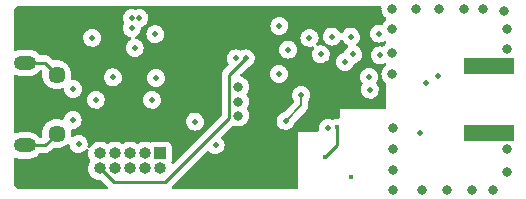
<source format=gbl>
%TF.GenerationSoftware,KiCad,Pcbnew,(6.0.0)*%
%TF.CreationDate,2023-01-11T18:06:36+05:30*%
%TF.ProjectId,STM32+Rf,53544d33-322b-4526-962e-6b696361645f,rev?*%
%TF.SameCoordinates,Original*%
%TF.FileFunction,Copper,L4,Bot*%
%TF.FilePolarity,Positive*%
%FSLAX46Y46*%
G04 Gerber Fmt 4.6, Leading zero omitted, Abs format (unit mm)*
G04 Created by KiCad (PCBNEW (6.0.0)) date 2023-01-11 18:06:36*
%MOMM*%
%LPD*%
G01*
G04 APERTURE LIST*
%TA.AperFunction,ComponentPad*%
%ADD10R,1.000000X1.000000*%
%TD*%
%TA.AperFunction,ComponentPad*%
%ADD11O,1.000000X1.000000*%
%TD*%
%TA.AperFunction,SMDPad,CuDef*%
%ADD12R,4.200000X1.350000*%
%TD*%
%TA.AperFunction,ComponentPad*%
%ADD13C,1.450000*%
%TD*%
%TA.AperFunction,ComponentPad*%
%ADD14O,1.900000X1.200000*%
%TD*%
%TA.AperFunction,ViaPad*%
%ADD15C,0.500000*%
%TD*%
%TA.AperFunction,ViaPad*%
%ADD16C,0.800000*%
%TD*%
%TA.AperFunction,ViaPad*%
%ADD17C,0.400000*%
%TD*%
%TA.AperFunction,Conductor*%
%ADD18C,0.250000*%
%TD*%
%TA.AperFunction,Conductor*%
%ADD19C,0.200000*%
%TD*%
G04 APERTURE END LIST*
D10*
%TO.P,J3,1,Pin_1*%
%TO.N,3.3V_Out*%
X131900000Y-126000000D03*
D11*
%TO.P,J3,2,Pin_2*%
%TO.N,SWDIO*%
X131900000Y-127270000D03*
%TO.P,J3,3,Pin_3*%
%TO.N,GND*%
X130630000Y-126000000D03*
%TO.P,J3,4,Pin_4*%
%TO.N,SWCLK*%
X130630000Y-127270000D03*
%TO.P,J3,5,Pin_5*%
%TO.N,GND*%
X129360000Y-126000000D03*
%TO.P,J3,6,Pin_6*%
%TO.N,unconnected-(J3-Pad6)*%
X129360000Y-127270000D03*
%TO.P,J3,7,Pin_7*%
%TO.N,unconnected-(J3-Pad7)*%
X128090000Y-126000000D03*
%TO.P,J3,8,Pin_8*%
%TO.N,unconnected-(J3-Pad8)*%
X128090000Y-127270000D03*
%TO.P,J3,9,Pin_9*%
%TO.N,GND*%
X126820000Y-126000000D03*
%TO.P,J3,10,Pin_10*%
%TO.N,NRST*%
X126820000Y-127270000D03*
%TD*%
D12*
%TO.P,J2,2,Ext*%
%TO.N,GND*%
X159750000Y-124225000D03*
X159750000Y-118575000D03*
%TD*%
D13*
%TO.P,J1,6,Shield*%
%TO.N,unconnected-(J1-Pad6)*%
X123150000Y-119318400D03*
X123150000Y-124318400D03*
D14*
X120450000Y-118318400D03*
X120450000Y-125318400D03*
%TD*%
D15*
%TO.N,GND*%
X153900000Y-124250000D03*
X155400000Y-119400000D03*
D16*
X161300000Y-125600000D03*
X161300000Y-127600000D03*
X160100000Y-129050000D03*
X158350000Y-129050000D03*
X156200000Y-129050000D03*
X154100000Y-129050000D03*
X151600000Y-129050000D03*
X151600000Y-127400000D03*
X151600000Y-125650000D03*
X151600000Y-123850000D03*
X161250000Y-117150000D03*
X161250000Y-115500000D03*
X161000000Y-113900000D03*
X159200000Y-113750000D03*
X157600000Y-113750000D03*
X155550000Y-113750000D03*
X153550000Y-113750000D03*
X151550000Y-113750000D03*
X151550000Y-115500000D03*
X151550000Y-117450000D03*
X151550000Y-119300000D03*
D17*
X148100000Y-128000000D03*
D15*
%TO.N,3.3V_Out*%
X146100000Y-123850000D03*
X136600000Y-125300000D03*
%TO.N,NRST*%
X139150000Y-117950000D03*
%TO.N,GND*%
X125000000Y-125200000D03*
X142000000Y-115200000D03*
X141950000Y-119250000D03*
D16*
X138500000Y-122800000D03*
X138500000Y-121600000D03*
X138500000Y-120350000D03*
D15*
%TO.N,3.3V_Out*%
X138300000Y-117950000D03*
X150450000Y-115850000D03*
X149600000Y-119500000D03*
%TO.N,GND*%
X154450000Y-120000000D03*
D16*
X159750000Y-124225000D03*
X159750000Y-118575000D03*
D15*
X149650000Y-120600000D03*
X144550000Y-116200000D03*
%TO.N,3.3V_Out*%
X142750000Y-117200000D03*
X146450000Y-116100000D03*
%TO.N,GND*%
X134850000Y-123300000D03*
X147550000Y-118250000D03*
X145500000Y-117600000D03*
X148050000Y-116100000D03*
X150500000Y-117700000D03*
X148250000Y-117600000D03*
%TO.N,5V_USB*%
X126450000Y-121450000D03*
%TO.N,GND*%
X124500000Y-123150000D03*
%TO.N,5V_USB*%
X124550000Y-120550000D03*
%TO.N,GND*%
X131200000Y-121450000D03*
X131550000Y-119600000D03*
X127900000Y-119550000D03*
X130150000Y-114550000D03*
%TO.N,3.3V_Out*%
X129750000Y-117050000D03*
X131500000Y-115900000D03*
%TO.N,Net-(C11-Pad1)*%
X126150000Y-116200000D03*
X129500000Y-114550000D03*
X129500000Y-115400000D03*
D17*
%TO.N,GND*%
X146888200Y-123761800D03*
X145900000Y-126300000D03*
D15*
%TO.N,SPI3_SCK*%
X142525000Y-123225000D03*
X143850000Y-121050000D03*
%TD*%
D18*
%TO.N,NRST*%
X128000000Y-128450000D02*
X126820000Y-127270000D01*
X137775489Y-123024511D02*
X132350000Y-128450000D01*
X132350000Y-128450000D02*
X128000000Y-128450000D01*
X139150000Y-117950000D02*
X137775489Y-119324511D01*
X137775489Y-119324511D02*
X137775489Y-123024511D01*
%TO.N,unconnected-(J1-Pad6)*%
X122150000Y-125318400D02*
X123150000Y-124318400D01*
X120450000Y-125318400D02*
X122150000Y-125318400D01*
X122150000Y-118318400D02*
X123150000Y-119318400D01*
X120450000Y-118318400D02*
X122150000Y-118318400D01*
%TO.N,GND*%
X146900000Y-125300000D02*
X146900000Y-123750000D01*
X145900000Y-126300000D02*
X146900000Y-125300000D01*
D19*
%TO.N,SPI3_SCK*%
X142525000Y-123225000D02*
X143850000Y-121900000D01*
X143850000Y-121900000D02*
X143850000Y-121050000D01*
X142489528Y-123260472D02*
X142525000Y-123225000D01*
%TD*%
%TA.AperFunction,NonConductor*%
G36*
X148212390Y-113512891D02*
G01*
X150521460Y-113513291D01*
X150589577Y-113533305D01*
X150636061Y-113586969D01*
X150646748Y-113652460D01*
X150636496Y-113750000D01*
X150637186Y-113756565D01*
X150652748Y-113904625D01*
X150656458Y-113939928D01*
X150715473Y-114121556D01*
X150810960Y-114286944D01*
X150938747Y-114428866D01*
X150980544Y-114459233D01*
X150998061Y-114471960D01*
X151041415Y-114528182D01*
X151050000Y-114573896D01*
X151050000Y-114676104D01*
X151029998Y-114744225D01*
X150998062Y-114778039D01*
X150938747Y-114821134D01*
X150934326Y-114826044D01*
X150934325Y-114826045D01*
X150889174Y-114876191D01*
X150810960Y-114963056D01*
X150773750Y-115027506D01*
X150761948Y-115047947D01*
X150710565Y-115096940D01*
X150640852Y-115110376D01*
X150628416Y-115108334D01*
X150624300Y-115106868D01*
X150455329Y-115086720D01*
X150448326Y-115087456D01*
X150448325Y-115087456D01*
X150293101Y-115103770D01*
X150293097Y-115103771D01*
X150286093Y-115104507D01*
X150279422Y-115106778D01*
X150131673Y-115157075D01*
X150131670Y-115157076D01*
X150125003Y-115159346D01*
X150119005Y-115163036D01*
X150119003Y-115163037D01*
X149986065Y-115244821D01*
X149986063Y-115244823D01*
X149980066Y-115248512D01*
X149858486Y-115367573D01*
X149854675Y-115373487D01*
X149854673Y-115373489D01*
X149776479Y-115494821D01*
X149766304Y-115510610D01*
X149746794Y-115564213D01*
X149724350Y-115625879D01*
X149708103Y-115670516D01*
X149686775Y-115839343D01*
X149703381Y-116008699D01*
X149705605Y-116015384D01*
X149705605Y-116015385D01*
X149712777Y-116036944D01*
X149757094Y-116170167D01*
X149760741Y-116176189D01*
X149760742Y-116176191D01*
X149841316Y-116309233D01*
X149845246Y-116315723D01*
X149963455Y-116438132D01*
X149988479Y-116454507D01*
X150088818Y-116520167D01*
X150105846Y-116531310D01*
X150112450Y-116533766D01*
X150112452Y-116533767D01*
X150148844Y-116547301D01*
X150265341Y-116590626D01*
X150434015Y-116613132D01*
X150441026Y-116612494D01*
X150441030Y-116612494D01*
X150596462Y-116598348D01*
X150603483Y-116597709D01*
X150610185Y-116595531D01*
X150610187Y-116595531D01*
X150758623Y-116547301D01*
X150758626Y-116547300D01*
X150765322Y-116545124D01*
X150859482Y-116488993D01*
X150928237Y-116471293D01*
X150995647Y-116493575D01*
X151040309Y-116548764D01*
X151050000Y-116597222D01*
X151050000Y-116626104D01*
X151029998Y-116694225D01*
X150998062Y-116728039D01*
X150938747Y-116771134D01*
X150934326Y-116776044D01*
X150934325Y-116776045D01*
X150833619Y-116887891D01*
X150810960Y-116913056D01*
X150810816Y-116912926D01*
X150757076Y-116954364D01*
X150682588Y-116959619D01*
X150680940Y-116959232D01*
X150674300Y-116956868D01*
X150505329Y-116936720D01*
X150498326Y-116937456D01*
X150498325Y-116937456D01*
X150343101Y-116953770D01*
X150343097Y-116953771D01*
X150336093Y-116954507D01*
X150329422Y-116956778D01*
X150181673Y-117007075D01*
X150181670Y-117007076D01*
X150175003Y-117009346D01*
X150169005Y-117013036D01*
X150169003Y-117013037D01*
X150036065Y-117094821D01*
X150036063Y-117094823D01*
X150030066Y-117098512D01*
X150025033Y-117103441D01*
X149916044Y-117210172D01*
X149908486Y-117217573D01*
X149904675Y-117223487D01*
X149904673Y-117223489D01*
X149820924Y-117353441D01*
X149816304Y-117360610D01*
X149788176Y-117437891D01*
X149774350Y-117475879D01*
X149758103Y-117520516D01*
X149736775Y-117689343D01*
X149753381Y-117858699D01*
X149807094Y-118020167D01*
X149810741Y-118026189D01*
X149810742Y-118026191D01*
X149890075Y-118157184D01*
X149895246Y-118165723D01*
X150013455Y-118288132D01*
X150084651Y-118334721D01*
X150144327Y-118373772D01*
X150155846Y-118381310D01*
X150162450Y-118383766D01*
X150162452Y-118383767D01*
X150198844Y-118397301D01*
X150315341Y-118440626D01*
X150484015Y-118463132D01*
X150491026Y-118462494D01*
X150491030Y-118462494D01*
X150646462Y-118448348D01*
X150653483Y-118447709D01*
X150660185Y-118445531D01*
X150660187Y-118445531D01*
X150808623Y-118397301D01*
X150808626Y-118397300D01*
X150815322Y-118395124D01*
X150821402Y-118391500D01*
X150852393Y-118373025D01*
X150921148Y-118355324D01*
X150988558Y-118377605D01*
X151033220Y-118432793D01*
X151040956Y-118503367D01*
X151009309Y-118566920D01*
X150990976Y-118583187D01*
X150938747Y-118621134D01*
X150934326Y-118626044D01*
X150934325Y-118626045D01*
X150817283Y-118756034D01*
X150810960Y-118763056D01*
X150767615Y-118838132D01*
X150723841Y-118913951D01*
X150715473Y-118928444D01*
X150656458Y-119110072D01*
X150655768Y-119116633D01*
X150655768Y-119116635D01*
X150641177Y-119255458D01*
X150636496Y-119300000D01*
X150637186Y-119306565D01*
X150655380Y-119479668D01*
X150656458Y-119489928D01*
X150715473Y-119671556D01*
X150718776Y-119677278D01*
X150718777Y-119677279D01*
X150737495Y-119709700D01*
X150810960Y-119836944D01*
X150815378Y-119841851D01*
X150815379Y-119841852D01*
X150933214Y-119972721D01*
X150938747Y-119978866D01*
X150944089Y-119982747D01*
X150944091Y-119982749D01*
X150998061Y-120021960D01*
X151041415Y-120078182D01*
X151050000Y-120123896D01*
X151050000Y-122124000D01*
X151029998Y-122192121D01*
X150976342Y-122238614D01*
X150924000Y-122250000D01*
X147100000Y-122250000D01*
X147100000Y-122927703D01*
X147079998Y-122995824D01*
X147026342Y-123042317D01*
X146973341Y-123053701D01*
X146868955Y-123053155D01*
X146806169Y-123052826D01*
X146798789Y-123054598D01*
X146798787Y-123054598D01*
X146646802Y-123091086D01*
X146646798Y-123091087D01*
X146639423Y-123092858D01*
X146552173Y-123137891D01*
X146522867Y-123153017D01*
X146453160Y-123166486D01*
X146422810Y-123159750D01*
X146421740Y-123159369D01*
X146274300Y-123106868D01*
X146105329Y-123086720D01*
X146098326Y-123087456D01*
X146098325Y-123087456D01*
X145943101Y-123103770D01*
X145943097Y-123103771D01*
X145936093Y-123104507D01*
X145929422Y-123106778D01*
X145781673Y-123157075D01*
X145781670Y-123157076D01*
X145775003Y-123159346D01*
X145769005Y-123163036D01*
X145769003Y-123163037D01*
X145636065Y-123244821D01*
X145636063Y-123244823D01*
X145630066Y-123248512D01*
X145508486Y-123367573D01*
X145504675Y-123373487D01*
X145504673Y-123373489D01*
X145429699Y-123489825D01*
X145416304Y-123510610D01*
X145358103Y-123670516D01*
X145336775Y-123839343D01*
X145353381Y-124008699D01*
X145351016Y-124008931D01*
X145346470Y-124068584D01*
X145303658Y-124125220D01*
X145237022Y-124149720D01*
X145228621Y-124150000D01*
X143600000Y-124150000D01*
X143600000Y-128866000D01*
X143579998Y-128934121D01*
X143526342Y-128980614D01*
X143474000Y-128992000D01*
X133008094Y-128992000D01*
X132939973Y-128971998D01*
X132893480Y-128918342D01*
X132883376Y-128848068D01*
X132912870Y-128783488D01*
X132918999Y-128776905D01*
X135872617Y-125823287D01*
X135934929Y-125789261D01*
X136005744Y-125794326D01*
X136052349Y-125824855D01*
X136113455Y-125888132D01*
X136159725Y-125918410D01*
X136227467Y-125962739D01*
X136255846Y-125981310D01*
X136262450Y-125983766D01*
X136262452Y-125983767D01*
X136298844Y-125997301D01*
X136415341Y-126040626D01*
X136584015Y-126063132D01*
X136591026Y-126062494D01*
X136591030Y-126062494D01*
X136746462Y-126048348D01*
X136753483Y-126047709D01*
X136760185Y-126045531D01*
X136760187Y-126045531D01*
X136908623Y-125997301D01*
X136908626Y-125997300D01*
X136915322Y-125995124D01*
X137061490Y-125907990D01*
X137066584Y-125903139D01*
X137066588Y-125903136D01*
X137146559Y-125826980D01*
X137184721Y-125790639D01*
X137210311Y-125752124D01*
X137261338Y-125675321D01*
X137278891Y-125648902D01*
X137339319Y-125489825D01*
X137340961Y-125478145D01*
X137346610Y-125437943D01*
X137363001Y-125321313D01*
X137363299Y-125300000D01*
X137344331Y-125130892D01*
X137338556Y-125114307D01*
X137315947Y-125049385D01*
X137288368Y-124970189D01*
X137198192Y-124825879D01*
X137123156Y-124750316D01*
X137089349Y-124687886D01*
X137094661Y-124617088D01*
X137123467Y-124572438D01*
X138024595Y-123671310D01*
X138086907Y-123637284D01*
X138157722Y-123642349D01*
X138164939Y-123645298D01*
X138217712Y-123668794D01*
X138311112Y-123688647D01*
X138398056Y-123707128D01*
X138398061Y-123707128D01*
X138404513Y-123708500D01*
X138595487Y-123708500D01*
X138601939Y-123707128D01*
X138601944Y-123707128D01*
X138688888Y-123688647D01*
X138782288Y-123668794D01*
X138813780Y-123654773D01*
X138950722Y-123593803D01*
X138950724Y-123593802D01*
X138956752Y-123591118D01*
X139111253Y-123478866D01*
X139123391Y-123465385D01*
X139234621Y-123341852D01*
X139234622Y-123341851D01*
X139239040Y-123336944D01*
X139297671Y-123235392D01*
X139309824Y-123214343D01*
X141761775Y-123214343D01*
X141778381Y-123383699D01*
X141832094Y-123545167D01*
X141835741Y-123551189D01*
X141835742Y-123551191D01*
X141904000Y-123663897D01*
X141920246Y-123690723D01*
X142038455Y-123813132D01*
X142087344Y-123845124D01*
X142168679Y-123898348D01*
X142180846Y-123906310D01*
X142187450Y-123908766D01*
X142187452Y-123908767D01*
X142223844Y-123922301D01*
X142340341Y-123965626D01*
X142509015Y-123988132D01*
X142516026Y-123987494D01*
X142516030Y-123987494D01*
X142671462Y-123973348D01*
X142678483Y-123972709D01*
X142685185Y-123970531D01*
X142685187Y-123970531D01*
X142833623Y-123922301D01*
X142833626Y-123922300D01*
X142840322Y-123920124D01*
X142986490Y-123832990D01*
X142991584Y-123828139D01*
X142991588Y-123828136D01*
X143070345Y-123753136D01*
X143109721Y-123715639D01*
X143117268Y-123704281D01*
X143169150Y-123626191D01*
X143203891Y-123573902D01*
X143264319Y-123414825D01*
X143269668Y-123376762D01*
X143298955Y-123312088D01*
X143305347Y-123305202D01*
X144246234Y-122364315D01*
X144258625Y-122353448D01*
X144277437Y-122339013D01*
X144283987Y-122333987D01*
X144308474Y-122302075D01*
X144308480Y-122302069D01*
X144376496Y-122213429D01*
X144376497Y-122213427D01*
X144381524Y-122206876D01*
X144442838Y-122058851D01*
X144445566Y-122038132D01*
X144449416Y-122008883D01*
X144449416Y-122008882D01*
X144458500Y-121939885D01*
X144458500Y-121939880D01*
X144462672Y-121908189D01*
X144463750Y-121900000D01*
X144459578Y-121868307D01*
X144458500Y-121851864D01*
X144458500Y-121542890D01*
X144479552Y-121473163D01*
X144492310Y-121453961D01*
X144528891Y-121398902D01*
X144589319Y-121239825D01*
X144613001Y-121071313D01*
X144613118Y-121062964D01*
X144613244Y-121053961D01*
X144613244Y-121053955D01*
X144613299Y-121050000D01*
X144594331Y-120880892D01*
X144538368Y-120720189D01*
X144532383Y-120710610D01*
X144479026Y-120625223D01*
X144448192Y-120575879D01*
X144411911Y-120539343D01*
X144333248Y-120460129D01*
X144328286Y-120455132D01*
X144312039Y-120444821D01*
X144230459Y-120393049D01*
X144184608Y-120363951D01*
X144024300Y-120306868D01*
X143855329Y-120286720D01*
X143848326Y-120287456D01*
X143848325Y-120287456D01*
X143693101Y-120303770D01*
X143693097Y-120303771D01*
X143686093Y-120304507D01*
X143679422Y-120306778D01*
X143531673Y-120357075D01*
X143531670Y-120357076D01*
X143525003Y-120359346D01*
X143519005Y-120363036D01*
X143519003Y-120363037D01*
X143386065Y-120444821D01*
X143386063Y-120444823D01*
X143380066Y-120448512D01*
X143258486Y-120567573D01*
X143254675Y-120573487D01*
X143254673Y-120573489D01*
X143170712Y-120703770D01*
X143166304Y-120710610D01*
X143146368Y-120765385D01*
X143111884Y-120860129D01*
X143108103Y-120870516D01*
X143086775Y-121039343D01*
X143103381Y-121208699D01*
X143157094Y-121370167D01*
X143160741Y-121376189D01*
X143160742Y-121376191D01*
X143223276Y-121479447D01*
X143241500Y-121544718D01*
X143241500Y-121595761D01*
X143221498Y-121663882D01*
X143204595Y-121684856D01*
X142447233Y-122442218D01*
X142384921Y-122476244D01*
X142371313Y-122478432D01*
X142368107Y-122478769D01*
X142368100Y-122478771D01*
X142361093Y-122479507D01*
X142354422Y-122481778D01*
X142206673Y-122532075D01*
X142206670Y-122532076D01*
X142200003Y-122534346D01*
X142194005Y-122538036D01*
X142194003Y-122538037D01*
X142061065Y-122619821D01*
X142061063Y-122619823D01*
X142055066Y-122623512D01*
X141933486Y-122742573D01*
X141929675Y-122748487D01*
X141929673Y-122748489D01*
X141879798Y-122825879D01*
X141841304Y-122885610D01*
X141783103Y-123045516D01*
X141761775Y-123214343D01*
X139309824Y-123214343D01*
X139331223Y-123177279D01*
X139331224Y-123177278D01*
X139334527Y-123171556D01*
X139393542Y-122989928D01*
X139395928Y-122967232D01*
X139412814Y-122806565D01*
X139413504Y-122800000D01*
X139393542Y-122610072D01*
X139334527Y-122428444D01*
X139320282Y-122403770D01*
X139239040Y-122263056D01*
X139241777Y-122261476D01*
X139222351Y-122207653D01*
X139238178Y-122138443D01*
X139239114Y-122136987D01*
X139239040Y-122136944D01*
X139331223Y-121977279D01*
X139331224Y-121977278D01*
X139334527Y-121971556D01*
X139393542Y-121789928D01*
X139396322Y-121763484D01*
X139412814Y-121606565D01*
X139413504Y-121600000D01*
X139397739Y-121450000D01*
X139394232Y-121416635D01*
X139394232Y-121416633D01*
X139393542Y-121410072D01*
X139334527Y-121228444D01*
X139326988Y-121215385D01*
X139272026Y-121120189D01*
X139239040Y-121063056D01*
X139234620Y-121058148D01*
X139230741Y-121052808D01*
X139232080Y-121051835D01*
X139204950Y-120995304D01*
X139213713Y-120924851D01*
X139231250Y-120897562D01*
X139230741Y-120897192D01*
X139234620Y-120891852D01*
X139239040Y-120886944D01*
X139312709Y-120759346D01*
X139331223Y-120727279D01*
X139331224Y-120727278D01*
X139334527Y-120721556D01*
X139393542Y-120539928D01*
X139401465Y-120464550D01*
X139412814Y-120356565D01*
X139413504Y-120350000D01*
X139406941Y-120287554D01*
X139394232Y-120166635D01*
X139394232Y-120166633D01*
X139393542Y-120160072D01*
X139334527Y-119978444D01*
X139239040Y-119813056D01*
X139232718Y-119806034D01*
X139115675Y-119676045D01*
X139115674Y-119676044D01*
X139111253Y-119671134D01*
X138998678Y-119589343D01*
X138962094Y-119562763D01*
X138962093Y-119562762D01*
X138956752Y-119558882D01*
X138950724Y-119556198D01*
X138950722Y-119556197D01*
X138788319Y-119483891D01*
X138788318Y-119483891D01*
X138782288Y-119481206D01*
X138775832Y-119479834D01*
X138775322Y-119479668D01*
X138716716Y-119439594D01*
X138689080Y-119374197D01*
X138701187Y-119304240D01*
X138725164Y-119270740D01*
X138756561Y-119239343D01*
X141186775Y-119239343D01*
X141203381Y-119408699D01*
X141205605Y-119415384D01*
X141205605Y-119415385D01*
X141211413Y-119432845D01*
X141257094Y-119570167D01*
X141260741Y-119576189D01*
X141260742Y-119576191D01*
X141329562Y-119689825D01*
X141345246Y-119715723D01*
X141463455Y-119838132D01*
X141499309Y-119861594D01*
X141588818Y-119920167D01*
X141605846Y-119931310D01*
X141612450Y-119933766D01*
X141612452Y-119933767D01*
X141685594Y-119960968D01*
X141765341Y-119990626D01*
X141934015Y-120013132D01*
X141941026Y-120012494D01*
X141941030Y-120012494D01*
X142096462Y-119998348D01*
X142103483Y-119997709D01*
X142110185Y-119995531D01*
X142110187Y-119995531D01*
X142258623Y-119947301D01*
X142258626Y-119947300D01*
X142265322Y-119945124D01*
X142411490Y-119857990D01*
X142416584Y-119853139D01*
X142416588Y-119853136D01*
X142523116Y-119751690D01*
X142534721Y-119740639D01*
X142539312Y-119733730D01*
X142593819Y-119651690D01*
X142628891Y-119598902D01*
X142670509Y-119489343D01*
X148836775Y-119489343D01*
X148853381Y-119658699D01*
X148855605Y-119665384D01*
X148855605Y-119665385D01*
X148857658Y-119671556D01*
X148907094Y-119820167D01*
X148910741Y-119826189D01*
X148910742Y-119826191D01*
X148986546Y-119951357D01*
X148995246Y-119965723D01*
X149000136Y-119970787D01*
X149000137Y-119970788D01*
X149022494Y-119993940D01*
X149055426Y-120056838D01*
X149049124Y-120127554D01*
X149037767Y-120149722D01*
X148987673Y-120227452D01*
X148966304Y-120260610D01*
X148948607Y-120309233D01*
X148919978Y-120387891D01*
X148908103Y-120420516D01*
X148886775Y-120589343D01*
X148903381Y-120758699D01*
X148957094Y-120920167D01*
X148960741Y-120926189D01*
X148960742Y-120926191D01*
X149038123Y-121053961D01*
X149045246Y-121065723D01*
X149163455Y-121188132D01*
X149305846Y-121281310D01*
X149312450Y-121283766D01*
X149312452Y-121283767D01*
X149385594Y-121310968D01*
X149465341Y-121340626D01*
X149634015Y-121363132D01*
X149641026Y-121362494D01*
X149641030Y-121362494D01*
X149796462Y-121348348D01*
X149803483Y-121347709D01*
X149810185Y-121345531D01*
X149810187Y-121345531D01*
X149958623Y-121297301D01*
X149958626Y-121297300D01*
X149965322Y-121295124D01*
X150111490Y-121207990D01*
X150116584Y-121203139D01*
X150116588Y-121203136D01*
X150203690Y-121120189D01*
X150234721Y-121090639D01*
X150244964Y-121075223D01*
X150288497Y-121009700D01*
X150328891Y-120948902D01*
X150389319Y-120789825D01*
X150413001Y-120621313D01*
X150413299Y-120600000D01*
X150394331Y-120430892D01*
X150338368Y-120270189D01*
X150333894Y-120263028D01*
X150287092Y-120188132D01*
X150248192Y-120125879D01*
X150228740Y-120106290D01*
X150194932Y-120043860D01*
X150200243Y-119973063D01*
X150213194Y-119947783D01*
X150278891Y-119848902D01*
X150339319Y-119689825D01*
X150363001Y-119521313D01*
X150363299Y-119500000D01*
X150344331Y-119330892D01*
X150341888Y-119323875D01*
X150312450Y-119239343D01*
X150288368Y-119170189D01*
X150282383Y-119160610D01*
X150250049Y-119108867D01*
X150198192Y-119025879D01*
X150078286Y-118905132D01*
X150070542Y-118900217D01*
X150009681Y-118861594D01*
X149934608Y-118813951D01*
X149774300Y-118756868D01*
X149605329Y-118736720D01*
X149598326Y-118737456D01*
X149598325Y-118737456D01*
X149443101Y-118753770D01*
X149443097Y-118753771D01*
X149436093Y-118754507D01*
X149429422Y-118756778D01*
X149281673Y-118807075D01*
X149281670Y-118807076D01*
X149275003Y-118809346D01*
X149269005Y-118813036D01*
X149269003Y-118813037D01*
X149136065Y-118894821D01*
X149136063Y-118894823D01*
X149130066Y-118898512D01*
X149073975Y-118953441D01*
X149013973Y-119012200D01*
X149008486Y-119017573D01*
X149004675Y-119023487D01*
X149004673Y-119023489D01*
X148920121Y-119154687D01*
X148916304Y-119160610D01*
X148858103Y-119320516D01*
X148836775Y-119489343D01*
X142670509Y-119489343D01*
X142689319Y-119439825D01*
X142691176Y-119426615D01*
X142695834Y-119393467D01*
X142713001Y-119271313D01*
X142713223Y-119255458D01*
X142713244Y-119253961D01*
X142713244Y-119253955D01*
X142713299Y-119250000D01*
X142694331Y-119080892D01*
X142690845Y-119070880D01*
X142650887Y-118956139D01*
X142638368Y-118920189D01*
X142632383Y-118910610D01*
X142601748Y-118861586D01*
X142548192Y-118775879D01*
X142541137Y-118768774D01*
X142433248Y-118660129D01*
X142428286Y-118655132D01*
X142412039Y-118644821D01*
X142339682Y-118598902D01*
X142284608Y-118563951D01*
X142124300Y-118506868D01*
X141955329Y-118486720D01*
X141948326Y-118487456D01*
X141948325Y-118487456D01*
X141793101Y-118503770D01*
X141793097Y-118503771D01*
X141786093Y-118504507D01*
X141779422Y-118506778D01*
X141631673Y-118557075D01*
X141631670Y-118557076D01*
X141625003Y-118559346D01*
X141619005Y-118563036D01*
X141619003Y-118563037D01*
X141486065Y-118644821D01*
X141486063Y-118644823D01*
X141480066Y-118648512D01*
X141358486Y-118767573D01*
X141354675Y-118773487D01*
X141354673Y-118773489D01*
X141283717Y-118883590D01*
X141266304Y-118910610D01*
X141253852Y-118944821D01*
X141224350Y-119025879D01*
X141208103Y-119070516D01*
X141186775Y-119239343D01*
X138756561Y-119239343D01*
X139274259Y-118721645D01*
X139324417Y-118690907D01*
X139458625Y-118647300D01*
X139465322Y-118645124D01*
X139611490Y-118557990D01*
X139616584Y-118553139D01*
X139616588Y-118553136D01*
X139711101Y-118463132D01*
X139734721Y-118440639D01*
X139740989Y-118431206D01*
X139786217Y-118363132D01*
X139828891Y-118298902D01*
X139889319Y-118139825D01*
X139913001Y-117971313D01*
X139913128Y-117962200D01*
X139913244Y-117953961D01*
X139913244Y-117953955D01*
X139913299Y-117950000D01*
X139894331Y-117780892D01*
X139880620Y-117741518D01*
X139864732Y-117695895D01*
X139838368Y-117620189D01*
X139832383Y-117610610D01*
X139802655Y-117563037D01*
X139748192Y-117475879D01*
X139740016Y-117467645D01*
X139640302Y-117367232D01*
X139628286Y-117355132D01*
X139612039Y-117344821D01*
X139573406Y-117320304D01*
X139484608Y-117263951D01*
X139324300Y-117206868D01*
X139177327Y-117189343D01*
X141986775Y-117189343D01*
X142003381Y-117358699D01*
X142005605Y-117365384D01*
X142005605Y-117365385D01*
X142007196Y-117370167D01*
X142057094Y-117520167D01*
X142060741Y-117526189D01*
X142060742Y-117526191D01*
X142140563Y-117657990D01*
X142145246Y-117665723D01*
X142263455Y-117788132D01*
X142405846Y-117881310D01*
X142412450Y-117883766D01*
X142412452Y-117883767D01*
X142448844Y-117897301D01*
X142565341Y-117940626D01*
X142734015Y-117963132D01*
X142741026Y-117962494D01*
X142741030Y-117962494D01*
X142896462Y-117948348D01*
X142903483Y-117947709D01*
X142910185Y-117945531D01*
X142910187Y-117945531D01*
X143058623Y-117897301D01*
X143058626Y-117897300D01*
X143065322Y-117895124D01*
X143211490Y-117807990D01*
X143216584Y-117803139D01*
X143216588Y-117803136D01*
X143301018Y-117722734D01*
X143334721Y-117690639D01*
X143338906Y-117684341D01*
X143392310Y-117603961D01*
X143428891Y-117548902D01*
X143489319Y-117389825D01*
X143513001Y-117221313D01*
X143513170Y-117209233D01*
X143513244Y-117203961D01*
X143513244Y-117203955D01*
X143513299Y-117200000D01*
X143494331Y-117030892D01*
X143438368Y-116870189D01*
X143434437Y-116863897D01*
X143392822Y-116797301D01*
X143348192Y-116725879D01*
X143334007Y-116711594D01*
X143233248Y-116610129D01*
X143228286Y-116605132D01*
X143217597Y-116598348D01*
X143137159Y-116547301D01*
X143084608Y-116513951D01*
X142924300Y-116456868D01*
X142755329Y-116436720D01*
X142748326Y-116437456D01*
X142748325Y-116437456D01*
X142593101Y-116453770D01*
X142593097Y-116453771D01*
X142586093Y-116454507D01*
X142579422Y-116456778D01*
X142431673Y-116507075D01*
X142431670Y-116507076D01*
X142425003Y-116509346D01*
X142419005Y-116513036D01*
X142419003Y-116513037D01*
X142286065Y-116594821D01*
X142286063Y-116594823D01*
X142280066Y-116598512D01*
X142265788Y-116612494D01*
X142171645Y-116704687D01*
X142158486Y-116717573D01*
X142154675Y-116723487D01*
X142154673Y-116723489D01*
X142081700Y-116836720D01*
X142066304Y-116860610D01*
X142045514Y-116917730D01*
X142011884Y-117010129D01*
X142008103Y-117020516D01*
X141986775Y-117189343D01*
X139177327Y-117189343D01*
X139155329Y-117186720D01*
X139148326Y-117187456D01*
X139148325Y-117187456D01*
X138993101Y-117203770D01*
X138993097Y-117203771D01*
X138986093Y-117204507D01*
X138979422Y-117206778D01*
X138831673Y-117257075D01*
X138831670Y-117257076D01*
X138825003Y-117259346D01*
X138791701Y-117279834D01*
X138723203Y-117298492D01*
X138658165Y-117278901D01*
X138644437Y-117270189D01*
X138634608Y-117263951D01*
X138474300Y-117206868D01*
X138305329Y-117186720D01*
X138298326Y-117187456D01*
X138298325Y-117187456D01*
X138143101Y-117203770D01*
X138143097Y-117203771D01*
X138136093Y-117204507D01*
X138129422Y-117206778D01*
X137981673Y-117257075D01*
X137981670Y-117257076D01*
X137975003Y-117259346D01*
X137969005Y-117263036D01*
X137969003Y-117263037D01*
X137836065Y-117344821D01*
X137836063Y-117344823D01*
X137830066Y-117348512D01*
X137801580Y-117376408D01*
X137735348Y-117441268D01*
X137708486Y-117467573D01*
X137704675Y-117473487D01*
X137704673Y-117473489D01*
X137625491Y-117596355D01*
X137616304Y-117610610D01*
X137606287Y-117638132D01*
X137566553Y-117747301D01*
X137558103Y-117770516D01*
X137536775Y-117939343D01*
X137553381Y-118108699D01*
X137607094Y-118270167D01*
X137610741Y-118276189D01*
X137610742Y-118276191D01*
X137679193Y-118389217D01*
X137697372Y-118457846D01*
X137675562Y-118525410D01*
X137660512Y-118543583D01*
X137383236Y-118820859D01*
X137374950Y-118828399D01*
X137368471Y-118832511D01*
X137363046Y-118838288D01*
X137321846Y-118882162D01*
X137319091Y-118885004D01*
X137299354Y-118904741D01*
X137296874Y-118907938D01*
X137289171Y-118916958D01*
X137258903Y-118949190D01*
X137255084Y-118956136D01*
X137255082Y-118956139D01*
X137249141Y-118966945D01*
X137238290Y-118983464D01*
X137225875Y-118999470D01*
X137222730Y-119006739D01*
X137222727Y-119006743D01*
X137208315Y-119040048D01*
X137203098Y-119050698D01*
X137181794Y-119089451D01*
X137179823Y-119097126D01*
X137179823Y-119097127D01*
X137176756Y-119109073D01*
X137170352Y-119127777D01*
X137162308Y-119146366D01*
X137161069Y-119154189D01*
X137161066Y-119154199D01*
X137155390Y-119190035D01*
X137152984Y-119201655D01*
X137141989Y-119244481D01*
X137141989Y-119264735D01*
X137140438Y-119284445D01*
X137137269Y-119304454D01*
X137138015Y-119312346D01*
X137141430Y-119348472D01*
X137141989Y-119360330D01*
X137141989Y-122709917D01*
X137121987Y-122778038D01*
X137105084Y-122799012D01*
X133077858Y-126826237D01*
X133015546Y-126860263D01*
X132944730Y-126855198D01*
X132887895Y-126812651D01*
X132863084Y-126746131D01*
X132870781Y-126692912D01*
X132898971Y-126617715D01*
X132901745Y-126610316D01*
X132908500Y-126548134D01*
X132908500Y-125451866D01*
X132901745Y-125389684D01*
X132850615Y-125253295D01*
X132763261Y-125136739D01*
X132646705Y-125049385D01*
X132510316Y-124998255D01*
X132448134Y-124991500D01*
X131351866Y-124991500D01*
X131289684Y-124998255D01*
X131153295Y-125049385D01*
X131146116Y-125054766D01*
X131138237Y-125059079D01*
X131137023Y-125056861D01*
X131083072Y-125077018D01*
X131026127Y-125067654D01*
X131022701Y-125065802D01*
X130833768Y-125007318D01*
X130827643Y-125006674D01*
X130827642Y-125006674D01*
X130643204Y-124987289D01*
X130643202Y-124987289D01*
X130637075Y-124986645D01*
X130554576Y-124994153D01*
X130446251Y-125004011D01*
X130446248Y-125004012D01*
X130440112Y-125004570D01*
X130434206Y-125006308D01*
X130434202Y-125006309D01*
X130350676Y-125030892D01*
X130250381Y-125060410D01*
X130244923Y-125063263D01*
X130244919Y-125063265D01*
X130149679Y-125113056D01*
X130075110Y-125152040D01*
X130070310Y-125155900D01*
X130065153Y-125159274D01*
X130063769Y-125157158D01*
X130008365Y-125180027D01*
X129938512Y-125167334D01*
X129928898Y-125161709D01*
X129926675Y-125159870D01*
X129752701Y-125065802D01*
X129563768Y-125007318D01*
X129557643Y-125006674D01*
X129557642Y-125006674D01*
X129373204Y-124987289D01*
X129373202Y-124987289D01*
X129367075Y-124986645D01*
X129284576Y-124994153D01*
X129176251Y-125004011D01*
X129176248Y-125004012D01*
X129170112Y-125004570D01*
X129164206Y-125006308D01*
X129164202Y-125006309D01*
X129080676Y-125030892D01*
X128980381Y-125060410D01*
X128974923Y-125063263D01*
X128974919Y-125063265D01*
X128879679Y-125113056D01*
X128805110Y-125152040D01*
X128800310Y-125155900D01*
X128795153Y-125159274D01*
X128793769Y-125157158D01*
X128738365Y-125180027D01*
X128668512Y-125167334D01*
X128658898Y-125161709D01*
X128656675Y-125159870D01*
X128482701Y-125065802D01*
X128293768Y-125007318D01*
X128287643Y-125006674D01*
X128287642Y-125006674D01*
X128103204Y-124987289D01*
X128103202Y-124987289D01*
X128097075Y-124986645D01*
X128014576Y-124994153D01*
X127906251Y-125004011D01*
X127906248Y-125004012D01*
X127900112Y-125004570D01*
X127894206Y-125006308D01*
X127894202Y-125006309D01*
X127810676Y-125030892D01*
X127710381Y-125060410D01*
X127704923Y-125063263D01*
X127704919Y-125063265D01*
X127609679Y-125113056D01*
X127535110Y-125152040D01*
X127530310Y-125155900D01*
X127525153Y-125159274D01*
X127523769Y-125157158D01*
X127468365Y-125180027D01*
X127398512Y-125167334D01*
X127388898Y-125161709D01*
X127386675Y-125159870D01*
X127212701Y-125065802D01*
X127023768Y-125007318D01*
X127017643Y-125006674D01*
X127017642Y-125006674D01*
X126833204Y-124987289D01*
X126833202Y-124987289D01*
X126827075Y-124986645D01*
X126744576Y-124994153D01*
X126636251Y-125004011D01*
X126636248Y-125004012D01*
X126630112Y-125004570D01*
X126624206Y-125006308D01*
X126624202Y-125006309D01*
X126540676Y-125030892D01*
X126440381Y-125060410D01*
X126434923Y-125063263D01*
X126434919Y-125063265D01*
X126344147Y-125110720D01*
X126265110Y-125152040D01*
X126110975Y-125275968D01*
X125983846Y-125427474D01*
X125980876Y-125432877D01*
X125978966Y-125436351D01*
X125977496Y-125437813D01*
X125977393Y-125437963D01*
X125977365Y-125437943D01*
X125928622Y-125486412D01*
X125859205Y-125501307D01*
X125792755Y-125476309D01*
X125750369Y-125419353D01*
X125743775Y-125358119D01*
X125756591Y-125266925D01*
X125763001Y-125221313D01*
X125763299Y-125200000D01*
X125744331Y-125030892D01*
X125732669Y-124997402D01*
X125690686Y-124876846D01*
X125688368Y-124870189D01*
X125682383Y-124860610D01*
X125657556Y-124820880D01*
X125598192Y-124725879D01*
X125591157Y-124718794D01*
X125504767Y-124631799D01*
X125478286Y-124605132D01*
X125466590Y-124597709D01*
X125358110Y-124528866D01*
X125334608Y-124513951D01*
X125174300Y-124456868D01*
X125005329Y-124436720D01*
X124998326Y-124437456D01*
X124998325Y-124437456D01*
X124843101Y-124453770D01*
X124843097Y-124453771D01*
X124836093Y-124454507D01*
X124829422Y-124456778D01*
X124681673Y-124507075D01*
X124681670Y-124507076D01*
X124675003Y-124509346D01*
X124669007Y-124513034D01*
X124669000Y-124513038D01*
X124567621Y-124575408D01*
X124499120Y-124594067D01*
X124431405Y-124572729D01*
X124385977Y-124518169D01*
X124376077Y-124457110D01*
X124387733Y-124323876D01*
X124387733Y-124323875D01*
X124388212Y-124318400D01*
X124369401Y-124103387D01*
X124360710Y-124070950D01*
X124362400Y-123999974D01*
X124402195Y-123941178D01*
X124467459Y-123913231D01*
X124480108Y-123912611D01*
X124484015Y-123913132D01*
X124653483Y-123897709D01*
X124660185Y-123895531D01*
X124660187Y-123895531D01*
X124808623Y-123847301D01*
X124808626Y-123847300D01*
X124815322Y-123845124D01*
X124961490Y-123757990D01*
X124966584Y-123753139D01*
X124966588Y-123753136D01*
X125053347Y-123670516D01*
X125084721Y-123640639D01*
X125094321Y-123626191D01*
X125144150Y-123551191D01*
X125178891Y-123498902D01*
X125239319Y-123339825D01*
X125240528Y-123331226D01*
X125246347Y-123289819D01*
X125246414Y-123289343D01*
X134086775Y-123289343D01*
X134103381Y-123458699D01*
X134157094Y-123620167D01*
X134160741Y-123626189D01*
X134160742Y-123626191D01*
X134240563Y-123757990D01*
X134245246Y-123765723D01*
X134363455Y-123888132D01*
X134412344Y-123920124D01*
X134493679Y-123973348D01*
X134505846Y-123981310D01*
X134512450Y-123983766D01*
X134512452Y-123983767D01*
X134579492Y-124008699D01*
X134665341Y-124040626D01*
X134834015Y-124063132D01*
X134841026Y-124062494D01*
X134841030Y-124062494D01*
X134996462Y-124048348D01*
X135003483Y-124047709D01*
X135010185Y-124045531D01*
X135010187Y-124045531D01*
X135158623Y-123997301D01*
X135158626Y-123997300D01*
X135165322Y-123995124D01*
X135311490Y-123907990D01*
X135316584Y-123903139D01*
X135316588Y-123903136D01*
X135395345Y-123828136D01*
X135434721Y-123790639D01*
X135454019Y-123761594D01*
X135492097Y-123704281D01*
X135528891Y-123648902D01*
X135589319Y-123489825D01*
X135613001Y-123321313D01*
X135613130Y-123312088D01*
X135613244Y-123303961D01*
X135613244Y-123303955D01*
X135613299Y-123300000D01*
X135594331Y-123130892D01*
X135586789Y-123109233D01*
X135545242Y-122989928D01*
X135538368Y-122970189D01*
X135534437Y-122963897D01*
X135489654Y-122892232D01*
X135448192Y-122825879D01*
X135328286Y-122705132D01*
X135312039Y-122694821D01*
X135261342Y-122662648D01*
X135184608Y-122613951D01*
X135024300Y-122556868D01*
X134855329Y-122536720D01*
X134848326Y-122537456D01*
X134848325Y-122537456D01*
X134693101Y-122553770D01*
X134693097Y-122553771D01*
X134686093Y-122554507D01*
X134679422Y-122556778D01*
X134531673Y-122607075D01*
X134531670Y-122607076D01*
X134525003Y-122609346D01*
X134519005Y-122613036D01*
X134519003Y-122613037D01*
X134386065Y-122694821D01*
X134386063Y-122694823D01*
X134380066Y-122698512D01*
X134375033Y-122703441D01*
X134271645Y-122804687D01*
X134258486Y-122817573D01*
X134254675Y-122823487D01*
X134254673Y-122823489D01*
X134210371Y-122892232D01*
X134166304Y-122960610D01*
X134158922Y-122980892D01*
X134115935Y-123098999D01*
X134108103Y-123120516D01*
X134086775Y-123289343D01*
X125246414Y-123289343D01*
X125263001Y-123171313D01*
X125263299Y-123150000D01*
X125244331Y-122980892D01*
X125235206Y-122954687D01*
X125211150Y-122885610D01*
X125188368Y-122820189D01*
X125182383Y-122810610D01*
X125143564Y-122748489D01*
X125098192Y-122675879D01*
X124978286Y-122555132D01*
X124962039Y-122544821D01*
X124923406Y-122520304D01*
X124834608Y-122463951D01*
X124674300Y-122406868D01*
X124505329Y-122386720D01*
X124498326Y-122387456D01*
X124498325Y-122387456D01*
X124343101Y-122403770D01*
X124343097Y-122403771D01*
X124336093Y-122404507D01*
X124329422Y-122406778D01*
X124181673Y-122457075D01*
X124181670Y-122457076D01*
X124175003Y-122459346D01*
X124169005Y-122463036D01*
X124169003Y-122463037D01*
X124036065Y-122544821D01*
X124036063Y-122544823D01*
X124030066Y-122548512D01*
X123908486Y-122667573D01*
X123904675Y-122673487D01*
X123904673Y-122673489D01*
X123823778Y-122799012D01*
X123816304Y-122810610D01*
X123758103Y-122970516D01*
X123749465Y-123038897D01*
X123747444Y-123054891D01*
X123719062Y-123119968D01*
X123660003Y-123159369D01*
X123589017Y-123160586D01*
X123579344Y-123157500D01*
X123578471Y-123157182D01*
X123573493Y-123154861D01*
X123568190Y-123153440D01*
X123568187Y-123153439D01*
X123370328Y-123100423D01*
X123370326Y-123100423D01*
X123365013Y-123098999D01*
X123150000Y-123080188D01*
X122934987Y-123098999D01*
X122929674Y-123100423D01*
X122929672Y-123100423D01*
X122731817Y-123153438D01*
X122731815Y-123153439D01*
X122726507Y-123154861D01*
X122721526Y-123157183D01*
X122721525Y-123157184D01*
X122535881Y-123243751D01*
X122535876Y-123243754D01*
X122530894Y-123246077D01*
X122446455Y-123305202D01*
X122387599Y-123346414D01*
X122354093Y-123369875D01*
X122201475Y-123522493D01*
X122198318Y-123527001D01*
X122198316Y-123527004D01*
X122153423Y-123591118D01*
X122077677Y-123699294D01*
X122075354Y-123704276D01*
X122075351Y-123704281D01*
X121991983Y-123883064D01*
X121986461Y-123894907D01*
X121985039Y-123900215D01*
X121985038Y-123900217D01*
X121943246Y-124056186D01*
X121930599Y-124103387D01*
X121911788Y-124318400D01*
X121912267Y-124323875D01*
X121923185Y-124448664D01*
X121930599Y-124533413D01*
X121931675Y-124537429D01*
X121923854Y-124607577D01*
X121879088Y-124662681D01*
X121807636Y-124684900D01*
X121774807Y-124684900D01*
X121706686Y-124664898D01*
X121672037Y-124631799D01*
X121646416Y-124595680D01*
X121646413Y-124595676D01*
X121642946Y-124590789D01*
X121530313Y-124482967D01*
X121494480Y-124448664D01*
X121490150Y-124444519D01*
X121312452Y-124329780D01*
X121207229Y-124287374D01*
X121121832Y-124252958D01*
X121121829Y-124252957D01*
X121116263Y-124250714D01*
X120908663Y-124210172D01*
X120903101Y-124209900D01*
X120047154Y-124209900D01*
X119889434Y-124224948D01*
X119686466Y-124284492D01*
X119681128Y-124287241D01*
X119680796Y-124287374D01*
X119610119Y-124294102D01*
X119547024Y-124261552D01*
X119511543Y-124200057D01*
X119508000Y-124170386D01*
X119508000Y-121439343D01*
X125686775Y-121439343D01*
X125703381Y-121608699D01*
X125757094Y-121770167D01*
X125760741Y-121776189D01*
X125760742Y-121776191D01*
X125835724Y-121900000D01*
X125845246Y-121915723D01*
X125963455Y-122038132D01*
X126105846Y-122131310D01*
X126112450Y-122133766D01*
X126112452Y-122133767D01*
X126148844Y-122147301D01*
X126265341Y-122190626D01*
X126434015Y-122213132D01*
X126441026Y-122212494D01*
X126441030Y-122212494D01*
X126596462Y-122198348D01*
X126603483Y-122197709D01*
X126610185Y-122195531D01*
X126610187Y-122195531D01*
X126758623Y-122147301D01*
X126758626Y-122147300D01*
X126765322Y-122145124D01*
X126911490Y-122057990D01*
X126916584Y-122053139D01*
X126916588Y-122053136D01*
X127002255Y-121971556D01*
X127034721Y-121940639D01*
X127128891Y-121798902D01*
X127189319Y-121639825D01*
X127213001Y-121471313D01*
X127213299Y-121450000D01*
X127212104Y-121439343D01*
X130436775Y-121439343D01*
X130453381Y-121608699D01*
X130507094Y-121770167D01*
X130510741Y-121776189D01*
X130510742Y-121776191D01*
X130585724Y-121900000D01*
X130595246Y-121915723D01*
X130713455Y-122038132D01*
X130855846Y-122131310D01*
X130862450Y-122133766D01*
X130862452Y-122133767D01*
X130898844Y-122147301D01*
X131015341Y-122190626D01*
X131184015Y-122213132D01*
X131191026Y-122212494D01*
X131191030Y-122212494D01*
X131346462Y-122198348D01*
X131353483Y-122197709D01*
X131360185Y-122195531D01*
X131360187Y-122195531D01*
X131508623Y-122147301D01*
X131508626Y-122147300D01*
X131515322Y-122145124D01*
X131661490Y-122057990D01*
X131666584Y-122053139D01*
X131666588Y-122053136D01*
X131752255Y-121971556D01*
X131784721Y-121940639D01*
X131878891Y-121798902D01*
X131939319Y-121639825D01*
X131963001Y-121471313D01*
X131963299Y-121450000D01*
X131944331Y-121280892D01*
X131932325Y-121246414D01*
X131912028Y-121188132D01*
X131888368Y-121120189D01*
X131882383Y-121110610D01*
X131860270Y-121075223D01*
X131798192Y-120975879D01*
X131678286Y-120855132D01*
X131662039Y-120844821D01*
X131585761Y-120796414D01*
X131534608Y-120763951D01*
X131374300Y-120706868D01*
X131205329Y-120686720D01*
X131198326Y-120687456D01*
X131198325Y-120687456D01*
X131043101Y-120703770D01*
X131043097Y-120703771D01*
X131036093Y-120704507D01*
X131029422Y-120706778D01*
X130881673Y-120757075D01*
X130881670Y-120757076D01*
X130875003Y-120759346D01*
X130869005Y-120763036D01*
X130869003Y-120763037D01*
X130736065Y-120844821D01*
X130736063Y-120844823D01*
X130730066Y-120848512D01*
X130700459Y-120877506D01*
X130650744Y-120926191D01*
X130608486Y-120967573D01*
X130604675Y-120973487D01*
X130604673Y-120973489D01*
X130526043Y-121095498D01*
X130516304Y-121110610D01*
X130506287Y-121138132D01*
X130466553Y-121247301D01*
X130458103Y-121270516D01*
X130436775Y-121439343D01*
X127212104Y-121439343D01*
X127194331Y-121280892D01*
X127182325Y-121246414D01*
X127162028Y-121188132D01*
X127138368Y-121120189D01*
X127132383Y-121110610D01*
X127110270Y-121075223D01*
X127048192Y-120975879D01*
X126928286Y-120855132D01*
X126912039Y-120844821D01*
X126835761Y-120796414D01*
X126784608Y-120763951D01*
X126624300Y-120706868D01*
X126455329Y-120686720D01*
X126448326Y-120687456D01*
X126448325Y-120687456D01*
X126293101Y-120703770D01*
X126293097Y-120703771D01*
X126286093Y-120704507D01*
X126279422Y-120706778D01*
X126131673Y-120757075D01*
X126131670Y-120757076D01*
X126125003Y-120759346D01*
X126119005Y-120763036D01*
X126119003Y-120763037D01*
X125986065Y-120844821D01*
X125986063Y-120844823D01*
X125980066Y-120848512D01*
X125950459Y-120877506D01*
X125900744Y-120926191D01*
X125858486Y-120967573D01*
X125854675Y-120973487D01*
X125854673Y-120973489D01*
X125776043Y-121095498D01*
X125766304Y-121110610D01*
X125756287Y-121138132D01*
X125716553Y-121247301D01*
X125708103Y-121270516D01*
X125686775Y-121439343D01*
X119508000Y-121439343D01*
X119508000Y-119461588D01*
X119528002Y-119393467D01*
X119581658Y-119346974D01*
X119651932Y-119336870D01*
X119681094Y-119344720D01*
X119783737Y-119386086D01*
X119991337Y-119426628D01*
X119996899Y-119426900D01*
X120852846Y-119426900D01*
X121010566Y-119411852D01*
X121213534Y-119352308D01*
X121228265Y-119344721D01*
X121396249Y-119258204D01*
X121396252Y-119258202D01*
X121401580Y-119255458D01*
X121567920Y-119124796D01*
X121680275Y-118995318D01*
X121740027Y-118956979D01*
X121775439Y-118951900D01*
X121807636Y-118951900D01*
X121875757Y-118971902D01*
X121922250Y-119025558D01*
X121931671Y-119099388D01*
X121930599Y-119103387D01*
X121930120Y-119108860D01*
X121930120Y-119108861D01*
X121918255Y-119244481D01*
X121911788Y-119318400D01*
X121930599Y-119533413D01*
X121932022Y-119538725D01*
X121932023Y-119538728D01*
X121984037Y-119732845D01*
X121986461Y-119741893D01*
X121988783Y-119746874D01*
X121988784Y-119746875D01*
X122075351Y-119932519D01*
X122075354Y-119932524D01*
X122077677Y-119937506D01*
X122135991Y-120020787D01*
X122188305Y-120095498D01*
X122201475Y-120114307D01*
X122354093Y-120266925D01*
X122358601Y-120270082D01*
X122358604Y-120270084D01*
X122382363Y-120286720D01*
X122530894Y-120390723D01*
X122535876Y-120393046D01*
X122535881Y-120393049D01*
X122669019Y-120455132D01*
X122726507Y-120481939D01*
X122731815Y-120483361D01*
X122731817Y-120483362D01*
X122929672Y-120536377D01*
X122929674Y-120536377D01*
X122934987Y-120537801D01*
X123150000Y-120556612D01*
X123365013Y-120537801D01*
X123370326Y-120536377D01*
X123370328Y-120536377D01*
X123568183Y-120483362D01*
X123568185Y-120483361D01*
X123573493Y-120481939D01*
X123610784Y-120464550D01*
X123680976Y-120453889D01*
X123745789Y-120482869D01*
X123784645Y-120542289D01*
X123789433Y-120566447D01*
X123803381Y-120708699D01*
X123805605Y-120715384D01*
X123805605Y-120715385D01*
X123807203Y-120720189D01*
X123857094Y-120870167D01*
X123860741Y-120876189D01*
X123860742Y-120876191D01*
X123932880Y-120995304D01*
X123945246Y-121015723D01*
X124063455Y-121138132D01*
X124069351Y-121141990D01*
X124192721Y-121222721D01*
X124205846Y-121231310D01*
X124212450Y-121233766D01*
X124212452Y-121233767D01*
X124246459Y-121246414D01*
X124365341Y-121290626D01*
X124534015Y-121313132D01*
X124541026Y-121312494D01*
X124541030Y-121312494D01*
X124696462Y-121298348D01*
X124703483Y-121297709D01*
X124710185Y-121295531D01*
X124710187Y-121295531D01*
X124858623Y-121247301D01*
X124858626Y-121247300D01*
X124865322Y-121245124D01*
X125011490Y-121157990D01*
X125016584Y-121153139D01*
X125016588Y-121153136D01*
X125108380Y-121065723D01*
X125134721Y-121040639D01*
X125228891Y-120898902D01*
X125289319Y-120739825D01*
X125313001Y-120571313D01*
X125313207Y-120556612D01*
X125313244Y-120553961D01*
X125313244Y-120553955D01*
X125313299Y-120550000D01*
X125294331Y-120380892D01*
X125289748Y-120367730D01*
X125263221Y-120291558D01*
X125238368Y-120220189D01*
X125148192Y-120075879D01*
X125143136Y-120070787D01*
X125051855Y-119978866D01*
X125028286Y-119955132D01*
X125018470Y-119948902D01*
X124939682Y-119898902D01*
X124884608Y-119863951D01*
X124724300Y-119806868D01*
X124555329Y-119786720D01*
X124548326Y-119787456D01*
X124548325Y-119787456D01*
X124476499Y-119795005D01*
X124406661Y-119782233D01*
X124354814Y-119733730D01*
X124337420Y-119664898D01*
X124341621Y-119637089D01*
X124367812Y-119539343D01*
X127136775Y-119539343D01*
X127153381Y-119708699D01*
X127155605Y-119715384D01*
X127155605Y-119715385D01*
X127157402Y-119720787D01*
X127207094Y-119870167D01*
X127210741Y-119876189D01*
X127210742Y-119876191D01*
X127282054Y-119993940D01*
X127295246Y-120015723D01*
X127413455Y-120138132D01*
X127482118Y-120183064D01*
X127520989Y-120208500D01*
X127555846Y-120231310D01*
X127562450Y-120233766D01*
X127562452Y-120233767D01*
X127598844Y-120247301D01*
X127715341Y-120290626D01*
X127884015Y-120313132D01*
X127891026Y-120312494D01*
X127891030Y-120312494D01*
X128046462Y-120298348D01*
X128053483Y-120297709D01*
X128060185Y-120295531D01*
X128060187Y-120295531D01*
X128208623Y-120247301D01*
X128208626Y-120247300D01*
X128215322Y-120245124D01*
X128361490Y-120157990D01*
X128366584Y-120153139D01*
X128366588Y-120153136D01*
X128467710Y-120056838D01*
X128484721Y-120040639D01*
X128497132Y-120021960D01*
X128550577Y-119941518D01*
X128578891Y-119898902D01*
X128639319Y-119739825D01*
X128660467Y-119589343D01*
X130786775Y-119589343D01*
X130803381Y-119758699D01*
X130857094Y-119920167D01*
X130860741Y-119926189D01*
X130860742Y-119926191D01*
X130930055Y-120040639D01*
X130945246Y-120065723D01*
X131063455Y-120188132D01*
X131069351Y-120191990D01*
X131184333Y-120267232D01*
X131205846Y-120281310D01*
X131212450Y-120283766D01*
X131212452Y-120283767D01*
X131266239Y-120303770D01*
X131365341Y-120340626D01*
X131534015Y-120363132D01*
X131541026Y-120362494D01*
X131541030Y-120362494D01*
X131696462Y-120348348D01*
X131703483Y-120347709D01*
X131710185Y-120345531D01*
X131710187Y-120345531D01*
X131858623Y-120297301D01*
X131858626Y-120297300D01*
X131865322Y-120295124D01*
X132011490Y-120207990D01*
X132016584Y-120203139D01*
X132016588Y-120203136D01*
X132097715Y-120125879D01*
X132134721Y-120090639D01*
X132142998Y-120078182D01*
X132186217Y-120013132D01*
X132228891Y-119948902D01*
X132289319Y-119789825D01*
X132313001Y-119621313D01*
X132313118Y-119612964D01*
X132313244Y-119603961D01*
X132313244Y-119603955D01*
X132313299Y-119600000D01*
X132294331Y-119430892D01*
X132287113Y-119410163D01*
X132265629Y-119348472D01*
X132238368Y-119270189D01*
X132232383Y-119260610D01*
X132195543Y-119201655D01*
X132148192Y-119125879D01*
X132139013Y-119116635D01*
X132085401Y-119062648D01*
X132028286Y-119005132D01*
X132019365Y-118999470D01*
X131968113Y-118966945D01*
X131884608Y-118913951D01*
X131724300Y-118856868D01*
X131555329Y-118836720D01*
X131548326Y-118837456D01*
X131548325Y-118837456D01*
X131393101Y-118853770D01*
X131393097Y-118853771D01*
X131386093Y-118854507D01*
X131375862Y-118857990D01*
X131231673Y-118907075D01*
X131231670Y-118907076D01*
X131225003Y-118909346D01*
X131219005Y-118913036D01*
X131219003Y-118913037D01*
X131086065Y-118994821D01*
X131086063Y-118994823D01*
X131080066Y-118998512D01*
X131057225Y-119020880D01*
X130972557Y-119103794D01*
X130958486Y-119117573D01*
X130954675Y-119123487D01*
X130954673Y-119123489D01*
X130870589Y-119253961D01*
X130866304Y-119260610D01*
X130838548Y-119336870D01*
X130819978Y-119387891D01*
X130808103Y-119420516D01*
X130786775Y-119589343D01*
X128660467Y-119589343D01*
X128663001Y-119571313D01*
X128663175Y-119558882D01*
X128663244Y-119553961D01*
X128663244Y-119553955D01*
X128663299Y-119550000D01*
X128644331Y-119380892D01*
X128632520Y-119346974D01*
X128600650Y-119255458D01*
X128588368Y-119220189D01*
X128582383Y-119210610D01*
X128542238Y-119146366D01*
X128498192Y-119075879D01*
X128492867Y-119070516D01*
X128432900Y-119010129D01*
X128378286Y-118955132D01*
X128365947Y-118947301D01*
X128311315Y-118912631D01*
X128234608Y-118863951D01*
X128074300Y-118806868D01*
X127905329Y-118786720D01*
X127898326Y-118787456D01*
X127898325Y-118787456D01*
X127743101Y-118803770D01*
X127743097Y-118803771D01*
X127736093Y-118804507D01*
X127722210Y-118809233D01*
X127581673Y-118857075D01*
X127581670Y-118857076D01*
X127575003Y-118859346D01*
X127569005Y-118863036D01*
X127569003Y-118863037D01*
X127436065Y-118944821D01*
X127436063Y-118944823D01*
X127430066Y-118948512D01*
X127308486Y-119067573D01*
X127304675Y-119073487D01*
X127304673Y-119073489D01*
X127229564Y-119190035D01*
X127216304Y-119210610D01*
X127194210Y-119271313D01*
X127164117Y-119353994D01*
X127158103Y-119370516D01*
X127136775Y-119539343D01*
X124367812Y-119539343D01*
X124369401Y-119533413D01*
X124388212Y-119318400D01*
X124369401Y-119103387D01*
X124363631Y-119081854D01*
X124314962Y-118900217D01*
X124314961Y-118900215D01*
X124313539Y-118894907D01*
X124296904Y-118859233D01*
X124224649Y-118704281D01*
X124224646Y-118704276D01*
X124222323Y-118699294D01*
X124131907Y-118570167D01*
X124101684Y-118527004D01*
X124101682Y-118527001D01*
X124098525Y-118522493D01*
X123945907Y-118369875D01*
X123936278Y-118363132D01*
X123852932Y-118304773D01*
X123769106Y-118246077D01*
X123764124Y-118243754D01*
X123764119Y-118243751D01*
X123578475Y-118157184D01*
X123578474Y-118157183D01*
X123573493Y-118154861D01*
X123568185Y-118153439D01*
X123568183Y-118153438D01*
X123370328Y-118100423D01*
X123370326Y-118100423D01*
X123365013Y-118098999D01*
X123150000Y-118080188D01*
X122934987Y-118098999D01*
X122929672Y-118100423D01*
X122929673Y-118100423D01*
X122919692Y-118103097D01*
X122848715Y-118101405D01*
X122797989Y-118070484D01*
X122653652Y-117926147D01*
X122646112Y-117917861D01*
X122642000Y-117911382D01*
X122634871Y-117904687D01*
X122592349Y-117864757D01*
X122589507Y-117862002D01*
X122569770Y-117842265D01*
X122566573Y-117839785D01*
X122557551Y-117832080D01*
X122546344Y-117821556D01*
X122525321Y-117801814D01*
X122518375Y-117797995D01*
X122518372Y-117797993D01*
X122507566Y-117792052D01*
X122491047Y-117781201D01*
X122486283Y-117777506D01*
X122475041Y-117768786D01*
X122467772Y-117765641D01*
X122467768Y-117765638D01*
X122434463Y-117751226D01*
X122423813Y-117746009D01*
X122385060Y-117724705D01*
X122365437Y-117719667D01*
X122346734Y-117713263D01*
X122335420Y-117708367D01*
X122335419Y-117708367D01*
X122328145Y-117705219D01*
X122320322Y-117703980D01*
X122320312Y-117703977D01*
X122284476Y-117698301D01*
X122272856Y-117695895D01*
X122237711Y-117686872D01*
X122237710Y-117686872D01*
X122230030Y-117684900D01*
X122209776Y-117684900D01*
X122190065Y-117683349D01*
X122183752Y-117682349D01*
X122170057Y-117680180D01*
X122162165Y-117680926D01*
X122126039Y-117684341D01*
X122114181Y-117684900D01*
X121774807Y-117684900D01*
X121706686Y-117664898D01*
X121672037Y-117631799D01*
X121646416Y-117595680D01*
X121646413Y-117595676D01*
X121642946Y-117590789D01*
X121490150Y-117444519D01*
X121312452Y-117329780D01*
X121207229Y-117287374D01*
X121121832Y-117252958D01*
X121121829Y-117252957D01*
X121116263Y-117250714D01*
X120908663Y-117210172D01*
X120903101Y-117209900D01*
X120047154Y-117209900D01*
X119889434Y-117224948D01*
X119838723Y-117239825D01*
X119743610Y-117267728D01*
X119686466Y-117284492D01*
X119681128Y-117287241D01*
X119680796Y-117287374D01*
X119610119Y-117294102D01*
X119547024Y-117261552D01*
X119511543Y-117200057D01*
X119508000Y-117170386D01*
X119508000Y-116189343D01*
X125386775Y-116189343D01*
X125403381Y-116358699D01*
X125405605Y-116365384D01*
X125405605Y-116365385D01*
X125421605Y-116413484D01*
X125457094Y-116520167D01*
X125460741Y-116526189D01*
X125460742Y-116526191D01*
X125530047Y-116640626D01*
X125545246Y-116665723D01*
X125663455Y-116788132D01*
X125669351Y-116791990D01*
X125795797Y-116874734D01*
X125805846Y-116881310D01*
X125812450Y-116883766D01*
X125812452Y-116883767D01*
X125848844Y-116897301D01*
X125965341Y-116940626D01*
X126134015Y-116963132D01*
X126141026Y-116962494D01*
X126141030Y-116962494D01*
X126296462Y-116948348D01*
X126303483Y-116947709D01*
X126310185Y-116945531D01*
X126310187Y-116945531D01*
X126458623Y-116897301D01*
X126458626Y-116897300D01*
X126465322Y-116895124D01*
X126611490Y-116807990D01*
X126616584Y-116803139D01*
X126616588Y-116803136D01*
X126691441Y-116731854D01*
X126734721Y-116690639D01*
X126755821Y-116658882D01*
X126786217Y-116613132D01*
X126828891Y-116548902D01*
X126889319Y-116389825D01*
X126913001Y-116221313D01*
X126913299Y-116200000D01*
X126894331Y-116030892D01*
X126877676Y-115983064D01*
X126847378Y-115896062D01*
X126838368Y-115870189D01*
X126832383Y-115860610D01*
X126807936Y-115821488D01*
X126748192Y-115725879D01*
X126742867Y-115720516D01*
X126640640Y-115617573D01*
X126628286Y-115605132D01*
X126612039Y-115594821D01*
X126548933Y-115554773D01*
X126484608Y-115513951D01*
X126324300Y-115456868D01*
X126155329Y-115436720D01*
X126148326Y-115437456D01*
X126148325Y-115437456D01*
X125993101Y-115453770D01*
X125993097Y-115453771D01*
X125986093Y-115454507D01*
X125979422Y-115456778D01*
X125831673Y-115507075D01*
X125831670Y-115507076D01*
X125825003Y-115509346D01*
X125819005Y-115513036D01*
X125819003Y-115513037D01*
X125686065Y-115594821D01*
X125686063Y-115594823D01*
X125680066Y-115598512D01*
X125558486Y-115717573D01*
X125554675Y-115723487D01*
X125554673Y-115723489D01*
X125484517Y-115832349D01*
X125466304Y-115860610D01*
X125408103Y-116020516D01*
X125386775Y-116189343D01*
X119508000Y-116189343D01*
X119508000Y-115389343D01*
X128736775Y-115389343D01*
X128753381Y-115558699D01*
X128755605Y-115565384D01*
X128755605Y-115565385D01*
X128757203Y-115570189D01*
X128807094Y-115720167D01*
X128810741Y-115726189D01*
X128810742Y-115726191D01*
X128879270Y-115839343D01*
X128895246Y-115865723D01*
X129013455Y-115988132D01*
X129155846Y-116081310D01*
X129162450Y-116083766D01*
X129162452Y-116083767D01*
X129216752Y-116103961D01*
X129315341Y-116140626D01*
X129322322Y-116141557D01*
X129322324Y-116141558D01*
X129346878Y-116144834D01*
X129411754Y-116173670D01*
X129450742Y-116233004D01*
X129451462Y-116303997D01*
X129413686Y-116364110D01*
X129396234Y-116377045D01*
X129286065Y-116444821D01*
X129286063Y-116444823D01*
X129280066Y-116448512D01*
X129209510Y-116517607D01*
X129166523Y-116559703D01*
X129158486Y-116567573D01*
X129154675Y-116573487D01*
X129154673Y-116573489D01*
X129071121Y-116703136D01*
X129066304Y-116710610D01*
X129060747Y-116725879D01*
X129010791Y-116863132D01*
X129008103Y-116870516D01*
X128986775Y-117039343D01*
X129003381Y-117208699D01*
X129057094Y-117370167D01*
X129060741Y-117376189D01*
X129060742Y-117376191D01*
X129138008Y-117503771D01*
X129145246Y-117515723D01*
X129263455Y-117638132D01*
X129313357Y-117670787D01*
X129388054Y-117719667D01*
X129405846Y-117731310D01*
X129412450Y-117733766D01*
X129412452Y-117733767D01*
X129448844Y-117747301D01*
X129565341Y-117790626D01*
X129734015Y-117813132D01*
X129741026Y-117812494D01*
X129741030Y-117812494D01*
X129896462Y-117798348D01*
X129903483Y-117797709D01*
X129910185Y-117795531D01*
X129910187Y-117795531D01*
X130058623Y-117747301D01*
X130058626Y-117747300D01*
X130065322Y-117745124D01*
X130211490Y-117657990D01*
X130216584Y-117653139D01*
X130216588Y-117653136D01*
X130290921Y-117582349D01*
X130334721Y-117540639D01*
X130344321Y-117526191D01*
X130386538Y-117462648D01*
X130428891Y-117398902D01*
X130489319Y-117239825D01*
X130513001Y-117071313D01*
X130513299Y-117050000D01*
X130494331Y-116880892D01*
X130489131Y-116865958D01*
X130463337Y-116791891D01*
X130438368Y-116720189D01*
X130432383Y-116710610D01*
X130388651Y-116640626D01*
X130348192Y-116575879D01*
X130343136Y-116570787D01*
X130233248Y-116460129D01*
X130228286Y-116455132D01*
X130218470Y-116448902D01*
X130126661Y-116390639D01*
X130084608Y-116363951D01*
X129924300Y-116306868D01*
X129905011Y-116304568D01*
X129839738Y-116276640D01*
X129799925Y-116217857D01*
X129798213Y-116146881D01*
X129835145Y-116086247D01*
X129855413Y-116071225D01*
X129955441Y-116011597D01*
X129955447Y-116011592D01*
X129961490Y-116007990D01*
X129966584Y-116003139D01*
X129966588Y-116003136D01*
X130056655Y-115917366D01*
X130084721Y-115890639D01*
X130085582Y-115889343D01*
X130736775Y-115889343D01*
X130753381Y-116058699D01*
X130807094Y-116220167D01*
X130810741Y-116226189D01*
X130810742Y-116226191D01*
X130880055Y-116340639D01*
X130895246Y-116365723D01*
X131013455Y-116488132D01*
X131049309Y-116511594D01*
X131147547Y-116575879D01*
X131155846Y-116581310D01*
X131162450Y-116583766D01*
X131162452Y-116583767D01*
X131235594Y-116610968D01*
X131315341Y-116640626D01*
X131484015Y-116663132D01*
X131491026Y-116662494D01*
X131491030Y-116662494D01*
X131646462Y-116648348D01*
X131653483Y-116647709D01*
X131660185Y-116645531D01*
X131660187Y-116645531D01*
X131808623Y-116597301D01*
X131808626Y-116597300D01*
X131815322Y-116595124D01*
X131961490Y-116507990D01*
X131966584Y-116503139D01*
X131966588Y-116503136D01*
X132040170Y-116433064D01*
X132084721Y-116390639D01*
X132089900Y-116382845D01*
X132140378Y-116306868D01*
X132178891Y-116248902D01*
X132201515Y-116189343D01*
X143786775Y-116189343D01*
X143803381Y-116358699D01*
X143805605Y-116365384D01*
X143805605Y-116365385D01*
X143821605Y-116413484D01*
X143857094Y-116520167D01*
X143860741Y-116526189D01*
X143860742Y-116526191D01*
X143930047Y-116640626D01*
X143945246Y-116665723D01*
X144063455Y-116788132D01*
X144069351Y-116791990D01*
X144195797Y-116874734D01*
X144205846Y-116881310D01*
X144212450Y-116883766D01*
X144212452Y-116883767D01*
X144248844Y-116897301D01*
X144365341Y-116940626D01*
X144534015Y-116963132D01*
X144541026Y-116962494D01*
X144541030Y-116962494D01*
X144696462Y-116948348D01*
X144703483Y-116947709D01*
X144710183Y-116945532D01*
X144710188Y-116945531D01*
X144765105Y-116927687D01*
X144836073Y-116925660D01*
X144896871Y-116962322D01*
X144928196Y-117026035D01*
X144920102Y-117096568D01*
X144907741Y-117117093D01*
X144908486Y-117117573D01*
X144822682Y-117250714D01*
X144816304Y-117260610D01*
X144758103Y-117420516D01*
X144736775Y-117589343D01*
X144753381Y-117758699D01*
X144755605Y-117765384D01*
X144755605Y-117765385D01*
X144760866Y-117781201D01*
X144807094Y-117920167D01*
X144810741Y-117926189D01*
X144810742Y-117926191D01*
X144871305Y-118026191D01*
X144895246Y-118065723D01*
X145013455Y-118188132D01*
X145019351Y-118191990D01*
X145138818Y-118270167D01*
X145155846Y-118281310D01*
X145162450Y-118283766D01*
X145162452Y-118283767D01*
X145198844Y-118297301D01*
X145315341Y-118340626D01*
X145484015Y-118363132D01*
X145491026Y-118362494D01*
X145491030Y-118362494D01*
X145646462Y-118348348D01*
X145653483Y-118347709D01*
X145660185Y-118345531D01*
X145660187Y-118345531D01*
X145808623Y-118297301D01*
X145808626Y-118297300D01*
X145815322Y-118295124D01*
X145961490Y-118207990D01*
X145966584Y-118203139D01*
X145966588Y-118203136D01*
X146040400Y-118132845D01*
X146084721Y-118090639D01*
X146091347Y-118080667D01*
X146164001Y-117971313D01*
X146178891Y-117948902D01*
X146239319Y-117789825D01*
X146263001Y-117621313D01*
X146263151Y-117610610D01*
X146263244Y-117603961D01*
X146263244Y-117603955D01*
X146263299Y-117600000D01*
X146244331Y-117430892D01*
X146232325Y-117396414D01*
X146193349Y-117284492D01*
X146188368Y-117270189D01*
X146183899Y-117263036D01*
X146159186Y-117223489D01*
X146098192Y-117125879D01*
X145978286Y-117005132D01*
X145834608Y-116913951D01*
X145674300Y-116856868D01*
X145505329Y-116836720D01*
X145498326Y-116837456D01*
X145498325Y-116837456D01*
X145343101Y-116853770D01*
X145343097Y-116853771D01*
X145336093Y-116854507D01*
X145329422Y-116856778D01*
X145285541Y-116871716D01*
X145214608Y-116874734D01*
X145153305Y-116838923D01*
X145121093Y-116775655D01*
X145128201Y-116705015D01*
X145139984Y-116682718D01*
X145228891Y-116548902D01*
X145289319Y-116389825D01*
X145313001Y-116221313D01*
X145313299Y-116200000D01*
X145300887Y-116089343D01*
X145686775Y-116089343D01*
X145703381Y-116258699D01*
X145705605Y-116265384D01*
X145705605Y-116265385D01*
X145719127Y-116306034D01*
X145757094Y-116420167D01*
X145760741Y-116426189D01*
X145760742Y-116426191D01*
X145835059Y-116548902D01*
X145845246Y-116565723D01*
X145963455Y-116688132D01*
X146022616Y-116726846D01*
X146084362Y-116767251D01*
X146105846Y-116781310D01*
X146112450Y-116783766D01*
X146112452Y-116783767D01*
X146148844Y-116797301D01*
X146265341Y-116840626D01*
X146434015Y-116863132D01*
X146441026Y-116862494D01*
X146441030Y-116862494D01*
X146596462Y-116848348D01*
X146603483Y-116847709D01*
X146610185Y-116845531D01*
X146610187Y-116845531D01*
X146758623Y-116797301D01*
X146758626Y-116797300D01*
X146765322Y-116795124D01*
X146911490Y-116707990D01*
X146916584Y-116703139D01*
X146916588Y-116703136D01*
X147011771Y-116612494D01*
X147034721Y-116590639D01*
X147040989Y-116581206D01*
X147100263Y-116491990D01*
X147128891Y-116448902D01*
X147131823Y-116441184D01*
X147132294Y-116440563D01*
X147134613Y-116436050D01*
X147135406Y-116436457D01*
X147174709Y-116384605D01*
X147241377Y-116360193D01*
X147310659Y-116375700D01*
X147357387Y-116420651D01*
X147445246Y-116565723D01*
X147563455Y-116688132D01*
X147622616Y-116726846D01*
X147684362Y-116767251D01*
X147705846Y-116781310D01*
X147734299Y-116791892D01*
X147791174Y-116834384D01*
X147816047Y-116900880D01*
X147801022Y-116970269D01*
X147778535Y-117000011D01*
X147723444Y-117053961D01*
X147658486Y-117117573D01*
X147654675Y-117123487D01*
X147654673Y-117123489D01*
X147571235Y-117252958D01*
X147566304Y-117260610D01*
X147508103Y-117420516D01*
X147504843Y-117419329D01*
X147477665Y-117467645D01*
X147414929Y-117500882D01*
X147402867Y-117502744D01*
X147393094Y-117503771D01*
X147393093Y-117503771D01*
X147386093Y-117504507D01*
X147301512Y-117533300D01*
X147231673Y-117557075D01*
X147231670Y-117557076D01*
X147225003Y-117559346D01*
X147219005Y-117563036D01*
X147219003Y-117563037D01*
X147086065Y-117644821D01*
X147086063Y-117644823D01*
X147080066Y-117648512D01*
X146958486Y-117767573D01*
X146954675Y-117773487D01*
X146954673Y-117773489D01*
X146895450Y-117865385D01*
X146866304Y-117910610D01*
X146808103Y-118070516D01*
X146786775Y-118239343D01*
X146803381Y-118408699D01*
X146805605Y-118415384D01*
X146805605Y-118415385D01*
X146810868Y-118431206D01*
X146857094Y-118570167D01*
X146860741Y-118576189D01*
X146860742Y-118576191D01*
X146934657Y-118698238D01*
X146945246Y-118715723D01*
X147063455Y-118838132D01*
X147099309Y-118861594D01*
X147192721Y-118922721D01*
X147205846Y-118931310D01*
X147212450Y-118933766D01*
X147212452Y-118933767D01*
X147285593Y-118960968D01*
X147365341Y-118990626D01*
X147534015Y-119013132D01*
X147541026Y-119012494D01*
X147541030Y-119012494D01*
X147696462Y-118998348D01*
X147703483Y-118997709D01*
X147710185Y-118995531D01*
X147710187Y-118995531D01*
X147858623Y-118947301D01*
X147858626Y-118947300D01*
X147865322Y-118945124D01*
X148011490Y-118857990D01*
X148016584Y-118853139D01*
X148016588Y-118853136D01*
X148106437Y-118767573D01*
X148134721Y-118740639D01*
X148228891Y-118598902D01*
X148273346Y-118481875D01*
X148286817Y-118446412D01*
X148286817Y-118446411D01*
X148289319Y-118439825D01*
X148289344Y-118439834D01*
X148324185Y-118381303D01*
X148387717Y-118349614D01*
X148395211Y-118348605D01*
X148396464Y-118348348D01*
X148403483Y-118347709D01*
X148410185Y-118345531D01*
X148410187Y-118345531D01*
X148558623Y-118297301D01*
X148558626Y-118297300D01*
X148565322Y-118295124D01*
X148711490Y-118207990D01*
X148716584Y-118203139D01*
X148716588Y-118203136D01*
X148790400Y-118132845D01*
X148834721Y-118090639D01*
X148841347Y-118080667D01*
X148914001Y-117971313D01*
X148928891Y-117948902D01*
X148989319Y-117789825D01*
X149013001Y-117621313D01*
X149013151Y-117610610D01*
X149013244Y-117603961D01*
X149013244Y-117603955D01*
X149013299Y-117600000D01*
X148994331Y-117430892D01*
X148982325Y-117396414D01*
X148943349Y-117284492D01*
X148938368Y-117270189D01*
X148933899Y-117263036D01*
X148909186Y-117223489D01*
X148848192Y-117125879D01*
X148728286Y-117005132D01*
X148584608Y-116913951D01*
X148566914Y-116907650D01*
X148509452Y-116865958D01*
X148483651Y-116799815D01*
X148497706Y-116730224D01*
X148522290Y-116697707D01*
X148629614Y-116595503D01*
X148629617Y-116595500D01*
X148634721Y-116590639D01*
X148640989Y-116581206D01*
X148700263Y-116491990D01*
X148728891Y-116448902D01*
X148789319Y-116289825D01*
X148813001Y-116121313D01*
X148813299Y-116100000D01*
X148794331Y-115930892D01*
X148782006Y-115895498D01*
X148762426Y-115839274D01*
X148738368Y-115770189D01*
X148732383Y-115760610D01*
X148684990Y-115684768D01*
X148648192Y-115625879D01*
X148528286Y-115505132D01*
X148520200Y-115500000D01*
X148448514Y-115454507D01*
X148384608Y-115413951D01*
X148224300Y-115356868D01*
X148055329Y-115336720D01*
X148048326Y-115337456D01*
X148048325Y-115337456D01*
X147893101Y-115353770D01*
X147893097Y-115353771D01*
X147886093Y-115354507D01*
X147879422Y-115356778D01*
X147731673Y-115407075D01*
X147731670Y-115407076D01*
X147725003Y-115409346D01*
X147719005Y-115413036D01*
X147719003Y-115413037D01*
X147586065Y-115494821D01*
X147586063Y-115494823D01*
X147580066Y-115498512D01*
X147458486Y-115617573D01*
X147366304Y-115760610D01*
X147363895Y-115767229D01*
X147362834Y-115769366D01*
X147314628Y-115821488D01*
X147245895Y-115839274D01*
X147178458Y-115817077D01*
X147138390Y-115770176D01*
X147138368Y-115770189D01*
X147138278Y-115770045D01*
X147048192Y-115625879D01*
X146928286Y-115505132D01*
X146920200Y-115500000D01*
X146848514Y-115454507D01*
X146784608Y-115413951D01*
X146624300Y-115356868D01*
X146455329Y-115336720D01*
X146448326Y-115337456D01*
X146448325Y-115337456D01*
X146293101Y-115353770D01*
X146293097Y-115353771D01*
X146286093Y-115354507D01*
X146279422Y-115356778D01*
X146131673Y-115407075D01*
X146131670Y-115407076D01*
X146125003Y-115409346D01*
X146119005Y-115413036D01*
X146119003Y-115413037D01*
X145986065Y-115494821D01*
X145986063Y-115494823D01*
X145980066Y-115498512D01*
X145858486Y-115617573D01*
X145854675Y-115623487D01*
X145854673Y-115623489D01*
X145778095Y-115742314D01*
X145766304Y-115760610D01*
X145756287Y-115788132D01*
X145714129Y-115903961D01*
X145708103Y-115920516D01*
X145686775Y-116089343D01*
X145300887Y-116089343D01*
X145294331Y-116030892D01*
X145277676Y-115983064D01*
X145247378Y-115896062D01*
X145238368Y-115870189D01*
X145232383Y-115860610D01*
X145207936Y-115821488D01*
X145148192Y-115725879D01*
X145142867Y-115720516D01*
X145040640Y-115617573D01*
X145028286Y-115605132D01*
X145012039Y-115594821D01*
X144948933Y-115554773D01*
X144884608Y-115513951D01*
X144724300Y-115456868D01*
X144555329Y-115436720D01*
X144548326Y-115437456D01*
X144548325Y-115437456D01*
X144393101Y-115453770D01*
X144393097Y-115453771D01*
X144386093Y-115454507D01*
X144379422Y-115456778D01*
X144231673Y-115507075D01*
X144231670Y-115507076D01*
X144225003Y-115509346D01*
X144219005Y-115513036D01*
X144219003Y-115513037D01*
X144086065Y-115594821D01*
X144086063Y-115594823D01*
X144080066Y-115598512D01*
X143958486Y-115717573D01*
X143954675Y-115723487D01*
X143954673Y-115723489D01*
X143884517Y-115832349D01*
X143866304Y-115860610D01*
X143808103Y-116020516D01*
X143786775Y-116189343D01*
X132201515Y-116189343D01*
X132239319Y-116089825D01*
X132263001Y-115921313D01*
X132263299Y-115900000D01*
X132244331Y-115730892D01*
X132240845Y-115720880D01*
X132206929Y-115623489D01*
X132188368Y-115570189D01*
X132182383Y-115560610D01*
X132150838Y-115510129D01*
X132098192Y-115425879D01*
X132085440Y-115413037D01*
X131983248Y-115310129D01*
X131978286Y-115305132D01*
X131966590Y-115297709D01*
X131887159Y-115247301D01*
X131834608Y-115213951D01*
X131765501Y-115189343D01*
X141236775Y-115189343D01*
X141253381Y-115358699D01*
X141307094Y-115520167D01*
X141310741Y-115526189D01*
X141310742Y-115526191D01*
X141371116Y-115625879D01*
X141395246Y-115665723D01*
X141513455Y-115788132D01*
X141519351Y-115791990D01*
X141634333Y-115867232D01*
X141655846Y-115881310D01*
X141662450Y-115883766D01*
X141662452Y-115883767D01*
X141716752Y-115903961D01*
X141815341Y-115940626D01*
X141984015Y-115963132D01*
X141991026Y-115962494D01*
X141991030Y-115962494D01*
X142146462Y-115948348D01*
X142153483Y-115947709D01*
X142160185Y-115945531D01*
X142160187Y-115945531D01*
X142308623Y-115897301D01*
X142308626Y-115897300D01*
X142315322Y-115895124D01*
X142461490Y-115807990D01*
X142466584Y-115803139D01*
X142466588Y-115803136D01*
X142546007Y-115727506D01*
X142584721Y-115690639D01*
X142602489Y-115663897D01*
X142664748Y-115570189D01*
X142678891Y-115548902D01*
X142739319Y-115389825D01*
X142763001Y-115221313D01*
X142763299Y-115200000D01*
X142744331Y-115030892D01*
X142688368Y-114870189D01*
X142682383Y-114860610D01*
X142630786Y-114778040D01*
X142598192Y-114725879D01*
X142581314Y-114708882D01*
X142504178Y-114631206D01*
X142478286Y-114605132D01*
X142462039Y-114594821D01*
X142418776Y-114567366D01*
X142334608Y-114513951D01*
X142174300Y-114456868D01*
X142005329Y-114436720D01*
X141998326Y-114437456D01*
X141998325Y-114437456D01*
X141843101Y-114453770D01*
X141843097Y-114453771D01*
X141836093Y-114454507D01*
X141829422Y-114456778D01*
X141681673Y-114507075D01*
X141681670Y-114507076D01*
X141675003Y-114509346D01*
X141669005Y-114513036D01*
X141669003Y-114513037D01*
X141536065Y-114594821D01*
X141536063Y-114594823D01*
X141530066Y-114598512D01*
X141408486Y-114717573D01*
X141404675Y-114723487D01*
X141404673Y-114723489D01*
X141389899Y-114746414D01*
X141316304Y-114860610D01*
X141258103Y-115020516D01*
X141236775Y-115189343D01*
X131765501Y-115189343D01*
X131674300Y-115156868D01*
X131505329Y-115136720D01*
X131498326Y-115137456D01*
X131498325Y-115137456D01*
X131343101Y-115153770D01*
X131343097Y-115153771D01*
X131336093Y-115154507D01*
X131325862Y-115157990D01*
X131181673Y-115207075D01*
X131181670Y-115207076D01*
X131175003Y-115209346D01*
X131169005Y-115213036D01*
X131169003Y-115213037D01*
X131036065Y-115294821D01*
X131036063Y-115294823D01*
X131030066Y-115298512D01*
X131018203Y-115310129D01*
X130914600Y-115411586D01*
X130908486Y-115417573D01*
X130904675Y-115423487D01*
X130904673Y-115423489D01*
X130820121Y-115554687D01*
X130816304Y-115560610D01*
X130802509Y-115598512D01*
X130776302Y-115670516D01*
X130758103Y-115720516D01*
X130736775Y-115889343D01*
X130085582Y-115889343D01*
X130093483Y-115877452D01*
X130150263Y-115791990D01*
X130178891Y-115748902D01*
X130239319Y-115589825D01*
X130263001Y-115421313D01*
X130263291Y-115400555D01*
X130284243Y-115332721D01*
X130338543Y-115286982D01*
X130350340Y-115282484D01*
X130385767Y-115270973D01*
X130458623Y-115247301D01*
X130458626Y-115247300D01*
X130465322Y-115245124D01*
X130611490Y-115157990D01*
X130616584Y-115153139D01*
X130616588Y-115153136D01*
X130686331Y-115086720D01*
X130734721Y-115040639D01*
X130752489Y-115013897D01*
X130824990Y-114904773D01*
X130828891Y-114898902D01*
X130889319Y-114739825D01*
X130913001Y-114571313D01*
X130913299Y-114550000D01*
X130894331Y-114380892D01*
X130838368Y-114220189D01*
X130832383Y-114210610D01*
X130810420Y-114175464D01*
X130748192Y-114075879D01*
X130628286Y-113955132D01*
X130612039Y-113944821D01*
X130526472Y-113890519D01*
X130484608Y-113863951D01*
X130324300Y-113806868D01*
X130155329Y-113786720D01*
X130148326Y-113787456D01*
X130148325Y-113787456D01*
X129993101Y-113803770D01*
X129993097Y-113803771D01*
X129986093Y-113804507D01*
X129866540Y-113845206D01*
X129864839Y-113845785D01*
X129793907Y-113848803D01*
X129781968Y-113845206D01*
X129710317Y-113819693D01*
X129674300Y-113806868D01*
X129505329Y-113786720D01*
X129498326Y-113787456D01*
X129498325Y-113787456D01*
X129343101Y-113803770D01*
X129343097Y-113803771D01*
X129336093Y-113804507D01*
X129329422Y-113806778D01*
X129181673Y-113857075D01*
X129181670Y-113857076D01*
X129175003Y-113859346D01*
X129169005Y-113863036D01*
X129169003Y-113863037D01*
X129036065Y-113944821D01*
X129036063Y-113944823D01*
X129030066Y-113948512D01*
X128908486Y-114067573D01*
X128904675Y-114073487D01*
X128904673Y-114073489D01*
X128820121Y-114204687D01*
X128816304Y-114210610D01*
X128758103Y-114370516D01*
X128736775Y-114539343D01*
X128753381Y-114708699D01*
X128807094Y-114870167D01*
X128810741Y-114876189D01*
X128810742Y-114876191D01*
X128830230Y-114908369D01*
X128848409Y-114976998D01*
X128828365Y-115041896D01*
X128816304Y-115060610D01*
X128788602Y-115136720D01*
X128762169Y-115209346D01*
X128758103Y-115220516D01*
X128736775Y-115389343D01*
X119508000Y-115389343D01*
X119508000Y-114049327D01*
X119509500Y-114029943D01*
X119511805Y-114015142D01*
X119511805Y-114015138D01*
X119513186Y-114006269D01*
X119512022Y-113997367D01*
X119512022Y-113997363D01*
X119512009Y-113997267D01*
X119511738Y-113966830D01*
X119518746Y-113904625D01*
X119525025Y-113877115D01*
X119529632Y-113863951D01*
X119552034Y-113799928D01*
X119564276Y-113774509D01*
X119607787Y-113705262D01*
X119625379Y-113683203D01*
X119683203Y-113625379D01*
X119705262Y-113607787D01*
X119774509Y-113564276D01*
X119799930Y-113552034D01*
X119877117Y-113525025D01*
X119904624Y-113518746D01*
X119928572Y-113516048D01*
X119960256Y-113512478D01*
X119975897Y-113511695D01*
X119984855Y-113511804D01*
X119993729Y-113513186D01*
X120025203Y-113509070D01*
X120041549Y-113508007D01*
X148212390Y-113512891D01*
G37*
%TD.AperFunction*%
%TA.AperFunction,NonConductor*%
G36*
X124162374Y-125154624D02*
G01*
X124219210Y-125197171D01*
X124243741Y-125260383D01*
X124253381Y-125358699D01*
X124255605Y-125365384D01*
X124255605Y-125365385D01*
X124278057Y-125432877D01*
X124307094Y-125520167D01*
X124310741Y-125526189D01*
X124310742Y-125526191D01*
X124385724Y-125650000D01*
X124395246Y-125665723D01*
X124513455Y-125788132D01*
X124549309Y-125811594D01*
X124611001Y-125851964D01*
X124655846Y-125881310D01*
X124662450Y-125883766D01*
X124662452Y-125883767D01*
X124698844Y-125897301D01*
X124815341Y-125940626D01*
X124984015Y-125963132D01*
X124991026Y-125962494D01*
X124991030Y-125962494D01*
X125146462Y-125948348D01*
X125153483Y-125947709D01*
X125160185Y-125945531D01*
X125160187Y-125945531D01*
X125308623Y-125897301D01*
X125308626Y-125897300D01*
X125315322Y-125895124D01*
X125461490Y-125807990D01*
X125466584Y-125803139D01*
X125466588Y-125803136D01*
X125564695Y-125709709D01*
X125584721Y-125690639D01*
X125615511Y-125644296D01*
X125669868Y-125598627D01*
X125740287Y-125589595D01*
X125804411Y-125620069D01*
X125841881Y-125680372D01*
X125840560Y-125752124D01*
X125828765Y-125789306D01*
X125806719Y-125985851D01*
X125823268Y-126182934D01*
X125824967Y-126188858D01*
X125872319Y-126353994D01*
X125877783Y-126373050D01*
X125968187Y-126548956D01*
X125972016Y-126553787D01*
X125973839Y-126556088D01*
X125974414Y-126557509D01*
X125975353Y-126558966D01*
X125975076Y-126559144D01*
X126000474Y-126621898D01*
X125987301Y-126691662D01*
X125983846Y-126697474D01*
X125888567Y-126870787D01*
X125886706Y-126876654D01*
X125886705Y-126876656D01*
X125845325Y-127007101D01*
X125828765Y-127059306D01*
X125806719Y-127255851D01*
X125823268Y-127452934D01*
X125877783Y-127643050D01*
X125880602Y-127648535D01*
X125943827Y-127771556D01*
X125968187Y-127818956D01*
X126091035Y-127973953D01*
X126241650Y-128102136D01*
X126414294Y-128198624D01*
X126602392Y-128259740D01*
X126798777Y-128283158D01*
X126804912Y-128282686D01*
X126804914Y-128282686D01*
X126843428Y-128279722D01*
X126869578Y-128277710D01*
X126939032Y-128292427D01*
X126968339Y-128314244D01*
X127431000Y-128776905D01*
X127465026Y-128839217D01*
X127459961Y-128910032D01*
X127417414Y-128966868D01*
X127350894Y-128991679D01*
X127341905Y-128992000D01*
X120049327Y-128992000D01*
X120029943Y-128990500D01*
X120015142Y-128988195D01*
X120015138Y-128988195D01*
X120006269Y-128986814D01*
X119997367Y-128987978D01*
X119997363Y-128987978D01*
X119997267Y-128987991D01*
X119966830Y-128988262D01*
X119904625Y-128981254D01*
X119877118Y-128974976D01*
X119799928Y-128947966D01*
X119774509Y-128935724D01*
X119705262Y-128892213D01*
X119683203Y-128874621D01*
X119625379Y-128816797D01*
X119607787Y-128794738D01*
X119564276Y-128725491D01*
X119552034Y-128700070D01*
X119525025Y-128622883D01*
X119518746Y-128595376D01*
X119512478Y-128539749D01*
X119511695Y-128524103D01*
X119511804Y-128515145D01*
X119513186Y-128506271D01*
X119509064Y-128474749D01*
X119508000Y-128458412D01*
X119508000Y-126461588D01*
X119528002Y-126393467D01*
X119581658Y-126346974D01*
X119651932Y-126336870D01*
X119681094Y-126344720D01*
X119783737Y-126386086D01*
X119991337Y-126426628D01*
X119996899Y-126426900D01*
X120852846Y-126426900D01*
X121010566Y-126411852D01*
X121213534Y-126352308D01*
X121243509Y-126336870D01*
X121396249Y-126258204D01*
X121396252Y-126258202D01*
X121401580Y-126255458D01*
X121567920Y-126124796D01*
X121680275Y-125995318D01*
X121740027Y-125956979D01*
X121775439Y-125951900D01*
X122071233Y-125951900D01*
X122082416Y-125952427D01*
X122089909Y-125954102D01*
X122097835Y-125953853D01*
X122097836Y-125953853D01*
X122157986Y-125951962D01*
X122161945Y-125951900D01*
X122189856Y-125951900D01*
X122193791Y-125951403D01*
X122193856Y-125951395D01*
X122205693Y-125950462D01*
X122237951Y-125949448D01*
X122241970Y-125949322D01*
X122249889Y-125949073D01*
X122269343Y-125943421D01*
X122288700Y-125939413D01*
X122300930Y-125937868D01*
X122300931Y-125937868D01*
X122308797Y-125936874D01*
X122316168Y-125933955D01*
X122316170Y-125933955D01*
X122349912Y-125920596D01*
X122361142Y-125916751D01*
X122395983Y-125906629D01*
X122395984Y-125906629D01*
X122403593Y-125904418D01*
X122410412Y-125900385D01*
X122410417Y-125900383D01*
X122421028Y-125894107D01*
X122438776Y-125885412D01*
X122457617Y-125877952D01*
X122493387Y-125851964D01*
X122503307Y-125845448D01*
X122534535Y-125826980D01*
X122534538Y-125826978D01*
X122541362Y-125822942D01*
X122555683Y-125808621D01*
X122570717Y-125795780D01*
X122575920Y-125792000D01*
X122587107Y-125783872D01*
X122615298Y-125749795D01*
X122623288Y-125741016D01*
X122797989Y-125566315D01*
X122860301Y-125532289D01*
X122919696Y-125533704D01*
X122934987Y-125537801D01*
X123150000Y-125556612D01*
X123365013Y-125537801D01*
X123370326Y-125536377D01*
X123370328Y-125536377D01*
X123568183Y-125483362D01*
X123568185Y-125483361D01*
X123573493Y-125481939D01*
X123578475Y-125479616D01*
X123764119Y-125393049D01*
X123764124Y-125393046D01*
X123769106Y-125390723D01*
X123873870Y-125317366D01*
X123941396Y-125270084D01*
X123941399Y-125270082D01*
X123945907Y-125266925D01*
X124029247Y-125183585D01*
X124091559Y-125149559D01*
X124162374Y-125154624D01*
G37*
%TD.AperFunction*%
M02*

</source>
